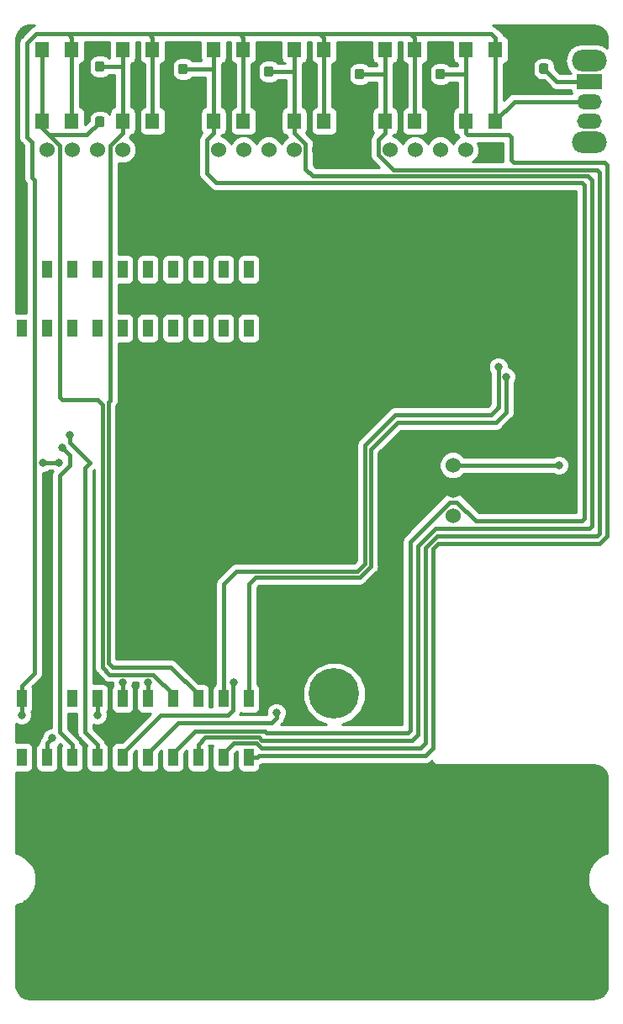
<source format=gbr>
G04 #@! TF.GenerationSoftware,KiCad,Pcbnew,(5.0.0)*
G04 #@! TF.CreationDate,2018-12-16T15:07:14-06:00*
G04 #@! TF.ProjectId,DriveBoard_Hardware,4472697665426F6172645F4861726477,rev?*
G04 #@! TF.SameCoordinates,Original*
G04 #@! TF.FileFunction,Copper,L2,Bot,Signal*
G04 #@! TF.FilePolarity,Positive*
%FSLAX46Y46*%
G04 Gerber Fmt 4.6, Leading zero omitted, Abs format (unit mm)*
G04 Created by KiCad (PCBNEW (5.0.0)) date 12/16/18 15:07:14*
%MOMM*%
%LPD*%
G01*
G04 APERTURE LIST*
G04 #@! TA.AperFunction,ComponentPad*
%ADD10C,1.524000*%
G04 #@! TD*
G04 #@! TA.AperFunction,ComponentPad*
%ADD11C,5.080000*%
G04 #@! TD*
G04 #@! TA.AperFunction,SMDPad,CuDef*
%ADD12R,0.990600X1.778000*%
G04 #@! TD*
G04 #@! TA.AperFunction,SMDPad,CuDef*
%ADD13R,1.400000X1.600000*%
G04 #@! TD*
G04 #@! TA.AperFunction,ComponentPad*
%ADD14R,2.500000X1.500000*%
G04 #@! TD*
G04 #@! TA.AperFunction,ComponentPad*
%ADD15O,2.500000X1.500000*%
G04 #@! TD*
G04 #@! TA.AperFunction,ComponentPad*
%ADD16O,3.500000X2.200000*%
G04 #@! TD*
G04 #@! TA.AperFunction,Conductor*
%ADD17C,0.100000*%
G04 #@! TD*
G04 #@! TA.AperFunction,SMDPad,CuDef*
%ADD18C,0.950000*%
G04 #@! TD*
G04 #@! TA.AperFunction,ViaPad*
%ADD19C,0.800000*%
G04 #@! TD*
G04 #@! TA.AperFunction,Conductor*
%ADD20C,0.381000*%
G04 #@! TD*
G04 #@! TA.AperFunction,Conductor*
%ADD21C,0.254000*%
G04 #@! TD*
G04 APERTURE END LIST*
D10*
G04 #@! TO.P,Conn2,1*
G04 #@! TO.N,RX_1_SL*
X126238000Y-49022000D03*
G04 #@! TO.P,Conn2,2*
G04 #@! TO.N,TX_1_SL*
X128778000Y-49022000D03*
G04 #@! TO.P,Conn2,3*
G04 #@! TO.N,Net-(Conn2-Pad3)*
X131318000Y-49022000D03*
G04 #@! TO.P,Conn2,4*
G04 #@! TO.N,Net-(Conn2-Pad4)*
X133858000Y-49022000D03*
G04 #@! TO.P,Conn2,5*
G04 #@! TO.N,GND*
X136398000Y-49022000D03*
G04 #@! TD*
G04 #@! TO.P,U3,1*
G04 #@! TO.N,/+12V*
X167132000Y-85852000D03*
G04 #@! TO.P,U3,2*
G04 #@! TO.N,GND*
X167132000Y-83312000D03*
G04 #@! TO.P,U3,3*
G04 #@! TO.N,+5V*
X167132000Y-80772000D03*
G04 #@! TD*
G04 #@! TO.P,Conn3,1*
G04 #@! TO.N,RX_2_SL*
X143510000Y-49022000D03*
G04 #@! TO.P,Conn3,2*
G04 #@! TO.N,TX_2_SL*
X146050000Y-49022000D03*
G04 #@! TO.P,Conn3,3*
G04 #@! TO.N,Net-(Conn3-Pad3)*
X148590000Y-49022000D03*
G04 #@! TO.P,Conn3,4*
G04 #@! TO.N,Net-(Conn3-Pad4)*
X151130000Y-49022000D03*
G04 #@! TO.P,Conn3,5*
G04 #@! TO.N,GND*
X153670000Y-49022000D03*
G04 #@! TD*
G04 #@! TO.P,Conn4,1*
G04 #@! TO.N,RX_3_SL*
X160782000Y-49022000D03*
G04 #@! TO.P,Conn4,2*
G04 #@! TO.N,TX_3_SL*
X163322000Y-49022000D03*
G04 #@! TO.P,Conn4,3*
G04 #@! TO.N,Net-(Conn4-Pad3)*
X165862000Y-49022000D03*
G04 #@! TO.P,Conn4,4*
G04 #@! TO.N,Net-(Conn4-Pad4)*
X168402000Y-49022000D03*
G04 #@! TO.P,Conn4,5*
G04 #@! TO.N,GND*
X170942000Y-49022000D03*
G04 #@! TD*
D11*
G04 #@! TO.P,Conn1,1*
G04 #@! TO.N,GND*
X155168600Y-95757000D03*
G04 #@! TO.P,Conn1,2*
G04 #@! TO.N,/+12V*
X155168600Y-103758000D03*
G04 #@! TD*
D12*
G04 #@! TO.P,U4,+3V3*
G04 #@! TO.N,Net-(U4-Pad+3V3)*
X123698000Y-110134400D03*
G04 #@! TO.P,U4,PM6*
G04 #@! TO.N,Net-(U4-PadPM6)*
X146558000Y-61061600D03*
G04 #@! TO.P,U4,PQ1*
G04 #@! TO.N,Net-(U4-PadPQ1)*
X144018000Y-61061600D03*
G04 #@! TO.P,U4,PQ2*
G04 #@! TO.N,Net-(U4-PadPQ2)*
X136398000Y-61061600D03*
G04 #@! TO.P,U4,PK0*
G04 #@! TO.N,RX_1_IC*
X133858000Y-104241600D03*
G04 #@! TO.P,U4,PQ3*
G04 #@! TO.N,Net-(U4-PadPQ3)*
X138938000Y-61061600D03*
G04 #@! TO.P,U4,PP3*
G04 #@! TO.N,Net-(U4-PadPP3)*
X141478000Y-61061600D03*
G04 #@! TO.P,U4,PQ0*
G04 #@! TO.N,M3_SW*
X138938000Y-110134400D03*
G04 #@! TO.P,U4,PA4*
G04 #@! TO.N,RX_3_IC*
X144018000Y-104241600D03*
G04 #@! TO.P,U4,Rese*
G04 #@! TO.N,Net-(U4-PadRese)*
X133858000Y-61061600D03*
G04 #@! TO.P,U4,PA7*
G04 #@! TO.N,Net-(U4-PadPA7)*
X131318000Y-61061600D03*
G04 #@! TO.P,U4,PN5*
G04 #@! TO.N,M5_SW*
X144018000Y-110134400D03*
G04 #@! TO.P,U4,PK2*
G04 #@! TO.N,M1_SW*
X138938000Y-104241600D03*
G04 #@! TO.P,U4,PK1*
G04 #@! TO.N,TX_1_IC*
X136398000Y-104241600D03*
G04 #@! TO.P,U4,+5V*
G04 #@! TO.N,+5V*
X123698000Y-104241600D03*
G04 #@! TO.P,U4,GND*
G04 #@! TO.N,GND*
X126238000Y-104241600D03*
G04 #@! TO.P,U4,PB4*
G04 #@! TO.N,Net-(U4-PadPB4)*
X128778000Y-104241600D03*
G04 #@! TO.P,U4,PB5*
G04 #@! TO.N,Watchdog*
X131318000Y-104241600D03*
G04 #@! TO.P,U4,PK3*
G04 #@! TO.N,M2_SW*
X141478000Y-104241600D03*
G04 #@! TO.P,U4,PA5*
G04 #@! TO.N,TX_3_IC*
X146558000Y-104241600D03*
G04 #@! TO.P,U4,PD2*
G04 #@! TO.N,DIRECTION_SW*
X126238000Y-110134400D03*
G04 #@! TO.P,U4,PP0*
G04 #@! TO.N,RX_2_IC*
X128778000Y-110134400D03*
G04 #@! TO.P,U4,PP1*
G04 #@! TO.N,TX_2_IC*
X131318000Y-110134400D03*
G04 #@! TO.P,U4,PD4*
G04 #@! TO.N,Rspeed*
X133858000Y-110134400D03*
G04 #@! TO.P,U4,PD5*
G04 #@! TO.N,Lspeed*
X136398000Y-110134400D03*
G04 #@! TO.P,U4,PP4*
G04 #@! TO.N,M4_SW*
X141478000Y-110134400D03*
G04 #@! TO.P,U4,PN4*
G04 #@! TO.N,M6_SW*
X146558000Y-110134400D03*
G04 #@! TO.P,U4,PG1*
G04 #@! TO.N,Net-(U4-PadPG1)*
X123698000Y-66954400D03*
G04 #@! TO.P,U4,PK4*
G04 #@! TO.N,Net-(U4-PadPK4)*
X126238000Y-66954400D03*
G04 #@! TO.P,U4,PK5*
G04 #@! TO.N,Net-(U4-PadPK5)*
X128778000Y-66954400D03*
G04 #@! TO.P,U4,PM0*
G04 #@! TO.N,Net-(U4-PadPM0)*
X131318000Y-66954400D03*
G04 #@! TO.P,U4,PM1*
G04 #@! TO.N,Net-(U4-PadPM1)*
X133858000Y-66954400D03*
G04 #@! TO.P,U4,PM2*
G04 #@! TO.N,Net-(U4-PadPM2)*
X136398000Y-66954400D03*
G04 #@! TO.P,U4,PH0*
G04 #@! TO.N,Net-(U4-PadPH0)*
X138938000Y-66954400D03*
G04 #@! TO.P,U4,PH1*
G04 #@! TO.N,Net-(U4-PadPH1)*
X141478000Y-66954400D03*
G04 #@! TO.P,U4,PK6*
G04 #@! TO.N,Net-(U4-PadPK6)*
X144018000Y-66954400D03*
G04 #@! TO.P,U4,PK7*
G04 #@! TO.N,Net-(U4-PadPK7)*
X146558000Y-66954400D03*
G04 #@! TO.P,U4,GND*
G04 #@! TO.N,GND*
X123698000Y-61061600D03*
G04 #@! TO.P,U4,PM7*
G04 #@! TO.N,Net-(U4-PadPM7)*
X126238000Y-61061600D03*
G04 #@! TO.P,U4,PP5*
G04 #@! TO.N,Net-(U4-PadPP5)*
X128778000Y-61061600D03*
G04 #@! TD*
D13*
G04 #@! TO.P,SW1,1*
G04 #@! TO.N,+5V*
X128754000Y-38945000D03*
X128754000Y-46145000D03*
G04 #@! TO.P,SW1,2*
G04 #@! TO.N,M1_SW*
X125754000Y-38945000D03*
X125754000Y-46145000D03*
G04 #@! TD*
G04 #@! TO.P,SW2,2*
G04 #@! TO.N,M2_SW*
X133882000Y-46145000D03*
X133882000Y-38945000D03*
G04 #@! TO.P,SW2,1*
G04 #@! TO.N,+5V*
X136882000Y-46145000D03*
X136882000Y-38945000D03*
G04 #@! TD*
G04 #@! TO.P,SW3,1*
G04 #@! TO.N,+5V*
X146026000Y-38945000D03*
X146026000Y-46145000D03*
G04 #@! TO.P,SW3,2*
G04 #@! TO.N,M3_SW*
X143026000Y-38945000D03*
X143026000Y-46145000D03*
G04 #@! TD*
G04 #@! TO.P,SW4,2*
G04 #@! TO.N,M4_SW*
X151154000Y-46145000D03*
X151154000Y-38945000D03*
G04 #@! TO.P,SW4,1*
G04 #@! TO.N,+5V*
X154154000Y-46145000D03*
X154154000Y-38945000D03*
G04 #@! TD*
G04 #@! TO.P,SW5,1*
G04 #@! TO.N,+5V*
X163298000Y-38945000D03*
X163298000Y-46145000D03*
G04 #@! TO.P,SW5,2*
G04 #@! TO.N,M5_SW*
X160298000Y-38945000D03*
X160298000Y-46145000D03*
G04 #@! TD*
G04 #@! TO.P,SW6,2*
G04 #@! TO.N,M6_SW*
X168426000Y-46145000D03*
X168426000Y-38945000D03*
G04 #@! TO.P,SW6,1*
G04 #@! TO.N,+5V*
X171426000Y-46145000D03*
X171426000Y-38945000D03*
G04 #@! TD*
D14*
G04 #@! TO.P,SW7,1*
G04 #@! TO.N,DIRECTION_SW*
X180848000Y-42164000D03*
D15*
G04 #@! TO.P,SW7,2*
G04 #@! TO.N,+5V*
X180848000Y-44164000D03*
G04 #@! TO.P,SW7,3*
G04 #@! TO.N,Net-(SW7-Pad3)*
X180848000Y-46164000D03*
D16*
G04 #@! TO.P,SW7,*
G04 #@! TO.N,*
X180848000Y-40064000D03*
X180848000Y-48264000D03*
G04 #@! TD*
D17*
G04 #@! TO.N,M1_SW*
G04 #@! TO.C,R8*
G36*
X131832779Y-45676144D02*
X131855834Y-45679563D01*
X131878443Y-45685227D01*
X131900387Y-45693079D01*
X131921457Y-45703044D01*
X131941448Y-45715026D01*
X131960168Y-45728910D01*
X131977438Y-45744562D01*
X131993090Y-45761832D01*
X132006974Y-45780552D01*
X132018956Y-45800543D01*
X132028921Y-45821613D01*
X132036773Y-45843557D01*
X132042437Y-45866166D01*
X132045856Y-45889221D01*
X132047000Y-45912500D01*
X132047000Y-46487500D01*
X132045856Y-46510779D01*
X132042437Y-46533834D01*
X132036773Y-46556443D01*
X132028921Y-46578387D01*
X132018956Y-46599457D01*
X132006974Y-46619448D01*
X131993090Y-46638168D01*
X131977438Y-46655438D01*
X131960168Y-46671090D01*
X131941448Y-46684974D01*
X131921457Y-46696956D01*
X131900387Y-46706921D01*
X131878443Y-46714773D01*
X131855834Y-46720437D01*
X131832779Y-46723856D01*
X131809500Y-46725000D01*
X131334500Y-46725000D01*
X131311221Y-46723856D01*
X131288166Y-46720437D01*
X131265557Y-46714773D01*
X131243613Y-46706921D01*
X131222543Y-46696956D01*
X131202552Y-46684974D01*
X131183832Y-46671090D01*
X131166562Y-46655438D01*
X131150910Y-46638168D01*
X131137026Y-46619448D01*
X131125044Y-46599457D01*
X131115079Y-46578387D01*
X131107227Y-46556443D01*
X131101563Y-46533834D01*
X131098144Y-46510779D01*
X131097000Y-46487500D01*
X131097000Y-45912500D01*
X131098144Y-45889221D01*
X131101563Y-45866166D01*
X131107227Y-45843557D01*
X131115079Y-45821613D01*
X131125044Y-45800543D01*
X131137026Y-45780552D01*
X131150910Y-45761832D01*
X131166562Y-45744562D01*
X131183832Y-45728910D01*
X131202552Y-45715026D01*
X131222543Y-45703044D01*
X131243613Y-45693079D01*
X131265557Y-45685227D01*
X131288166Y-45679563D01*
X131311221Y-45676144D01*
X131334500Y-45675000D01*
X131809500Y-45675000D01*
X131832779Y-45676144D01*
X131832779Y-45676144D01*
G37*
D18*
G04 #@! TD*
G04 #@! TO.P,R8,2*
G04 #@! TO.N,M1_SW*
X131572000Y-46200000D03*
D17*
G04 #@! TO.N,GND*
G04 #@! TO.C,R8*
G36*
X131832779Y-43926144D02*
X131855834Y-43929563D01*
X131878443Y-43935227D01*
X131900387Y-43943079D01*
X131921457Y-43953044D01*
X131941448Y-43965026D01*
X131960168Y-43978910D01*
X131977438Y-43994562D01*
X131993090Y-44011832D01*
X132006974Y-44030552D01*
X132018956Y-44050543D01*
X132028921Y-44071613D01*
X132036773Y-44093557D01*
X132042437Y-44116166D01*
X132045856Y-44139221D01*
X132047000Y-44162500D01*
X132047000Y-44737500D01*
X132045856Y-44760779D01*
X132042437Y-44783834D01*
X132036773Y-44806443D01*
X132028921Y-44828387D01*
X132018956Y-44849457D01*
X132006974Y-44869448D01*
X131993090Y-44888168D01*
X131977438Y-44905438D01*
X131960168Y-44921090D01*
X131941448Y-44934974D01*
X131921457Y-44946956D01*
X131900387Y-44956921D01*
X131878443Y-44964773D01*
X131855834Y-44970437D01*
X131832779Y-44973856D01*
X131809500Y-44975000D01*
X131334500Y-44975000D01*
X131311221Y-44973856D01*
X131288166Y-44970437D01*
X131265557Y-44964773D01*
X131243613Y-44956921D01*
X131222543Y-44946956D01*
X131202552Y-44934974D01*
X131183832Y-44921090D01*
X131166562Y-44905438D01*
X131150910Y-44888168D01*
X131137026Y-44869448D01*
X131125044Y-44849457D01*
X131115079Y-44828387D01*
X131107227Y-44806443D01*
X131101563Y-44783834D01*
X131098144Y-44760779D01*
X131097000Y-44737500D01*
X131097000Y-44162500D01*
X131098144Y-44139221D01*
X131101563Y-44116166D01*
X131107227Y-44093557D01*
X131115079Y-44071613D01*
X131125044Y-44050543D01*
X131137026Y-44030552D01*
X131150910Y-44011832D01*
X131166562Y-43994562D01*
X131183832Y-43978910D01*
X131202552Y-43965026D01*
X131222543Y-43953044D01*
X131243613Y-43943079D01*
X131265557Y-43935227D01*
X131288166Y-43929563D01*
X131311221Y-43926144D01*
X131334500Y-43925000D01*
X131809500Y-43925000D01*
X131832779Y-43926144D01*
X131832779Y-43926144D01*
G37*
D18*
G04 #@! TD*
G04 #@! TO.P,R8,1*
G04 #@! TO.N,GND*
X131572000Y-44450000D03*
D17*
G04 #@! TO.N,GND*
G04 #@! TO.C,R9*
G36*
X131832779Y-41866144D02*
X131855834Y-41869563D01*
X131878443Y-41875227D01*
X131900387Y-41883079D01*
X131921457Y-41893044D01*
X131941448Y-41905026D01*
X131960168Y-41918910D01*
X131977438Y-41934562D01*
X131993090Y-41951832D01*
X132006974Y-41970552D01*
X132018956Y-41990543D01*
X132028921Y-42011613D01*
X132036773Y-42033557D01*
X132042437Y-42056166D01*
X132045856Y-42079221D01*
X132047000Y-42102500D01*
X132047000Y-42677500D01*
X132045856Y-42700779D01*
X132042437Y-42723834D01*
X132036773Y-42746443D01*
X132028921Y-42768387D01*
X132018956Y-42789457D01*
X132006974Y-42809448D01*
X131993090Y-42828168D01*
X131977438Y-42845438D01*
X131960168Y-42861090D01*
X131941448Y-42874974D01*
X131921457Y-42886956D01*
X131900387Y-42896921D01*
X131878443Y-42904773D01*
X131855834Y-42910437D01*
X131832779Y-42913856D01*
X131809500Y-42915000D01*
X131334500Y-42915000D01*
X131311221Y-42913856D01*
X131288166Y-42910437D01*
X131265557Y-42904773D01*
X131243613Y-42896921D01*
X131222543Y-42886956D01*
X131202552Y-42874974D01*
X131183832Y-42861090D01*
X131166562Y-42845438D01*
X131150910Y-42828168D01*
X131137026Y-42809448D01*
X131125044Y-42789457D01*
X131115079Y-42768387D01*
X131107227Y-42746443D01*
X131101563Y-42723834D01*
X131098144Y-42700779D01*
X131097000Y-42677500D01*
X131097000Y-42102500D01*
X131098144Y-42079221D01*
X131101563Y-42056166D01*
X131107227Y-42033557D01*
X131115079Y-42011613D01*
X131125044Y-41990543D01*
X131137026Y-41970552D01*
X131150910Y-41951832D01*
X131166562Y-41934562D01*
X131183832Y-41918910D01*
X131202552Y-41905026D01*
X131222543Y-41893044D01*
X131243613Y-41883079D01*
X131265557Y-41875227D01*
X131288166Y-41869563D01*
X131311221Y-41866144D01*
X131334500Y-41865000D01*
X131809500Y-41865000D01*
X131832779Y-41866144D01*
X131832779Y-41866144D01*
G37*
D18*
G04 #@! TD*
G04 #@! TO.P,R9,1*
G04 #@! TO.N,GND*
X131572000Y-42390000D03*
D17*
G04 #@! TO.N,M2_SW*
G04 #@! TO.C,R9*
G36*
X131832779Y-40116144D02*
X131855834Y-40119563D01*
X131878443Y-40125227D01*
X131900387Y-40133079D01*
X131921457Y-40143044D01*
X131941448Y-40155026D01*
X131960168Y-40168910D01*
X131977438Y-40184562D01*
X131993090Y-40201832D01*
X132006974Y-40220552D01*
X132018956Y-40240543D01*
X132028921Y-40261613D01*
X132036773Y-40283557D01*
X132042437Y-40306166D01*
X132045856Y-40329221D01*
X132047000Y-40352500D01*
X132047000Y-40927500D01*
X132045856Y-40950779D01*
X132042437Y-40973834D01*
X132036773Y-40996443D01*
X132028921Y-41018387D01*
X132018956Y-41039457D01*
X132006974Y-41059448D01*
X131993090Y-41078168D01*
X131977438Y-41095438D01*
X131960168Y-41111090D01*
X131941448Y-41124974D01*
X131921457Y-41136956D01*
X131900387Y-41146921D01*
X131878443Y-41154773D01*
X131855834Y-41160437D01*
X131832779Y-41163856D01*
X131809500Y-41165000D01*
X131334500Y-41165000D01*
X131311221Y-41163856D01*
X131288166Y-41160437D01*
X131265557Y-41154773D01*
X131243613Y-41146921D01*
X131222543Y-41136956D01*
X131202552Y-41124974D01*
X131183832Y-41111090D01*
X131166562Y-41095438D01*
X131150910Y-41078168D01*
X131137026Y-41059448D01*
X131125044Y-41039457D01*
X131115079Y-41018387D01*
X131107227Y-40996443D01*
X131101563Y-40973834D01*
X131098144Y-40950779D01*
X131097000Y-40927500D01*
X131097000Y-40352500D01*
X131098144Y-40329221D01*
X131101563Y-40306166D01*
X131107227Y-40283557D01*
X131115079Y-40261613D01*
X131125044Y-40240543D01*
X131137026Y-40220552D01*
X131150910Y-40201832D01*
X131166562Y-40184562D01*
X131183832Y-40168910D01*
X131202552Y-40155026D01*
X131222543Y-40143044D01*
X131243613Y-40133079D01*
X131265557Y-40125227D01*
X131288166Y-40119563D01*
X131311221Y-40116144D01*
X131334500Y-40115000D01*
X131809500Y-40115000D01*
X131832779Y-40116144D01*
X131832779Y-40116144D01*
G37*
D18*
G04 #@! TD*
G04 #@! TO.P,R9,2*
G04 #@! TO.N,M2_SW*
X131572000Y-40640000D03*
D17*
G04 #@! TO.N,M3_SW*
G04 #@! TO.C,R10*
G36*
X140214779Y-40370144D02*
X140237834Y-40373563D01*
X140260443Y-40379227D01*
X140282387Y-40387079D01*
X140303457Y-40397044D01*
X140323448Y-40409026D01*
X140342168Y-40422910D01*
X140359438Y-40438562D01*
X140375090Y-40455832D01*
X140388974Y-40474552D01*
X140400956Y-40494543D01*
X140410921Y-40515613D01*
X140418773Y-40537557D01*
X140424437Y-40560166D01*
X140427856Y-40583221D01*
X140429000Y-40606500D01*
X140429000Y-41181500D01*
X140427856Y-41204779D01*
X140424437Y-41227834D01*
X140418773Y-41250443D01*
X140410921Y-41272387D01*
X140400956Y-41293457D01*
X140388974Y-41313448D01*
X140375090Y-41332168D01*
X140359438Y-41349438D01*
X140342168Y-41365090D01*
X140323448Y-41378974D01*
X140303457Y-41390956D01*
X140282387Y-41400921D01*
X140260443Y-41408773D01*
X140237834Y-41414437D01*
X140214779Y-41417856D01*
X140191500Y-41419000D01*
X139716500Y-41419000D01*
X139693221Y-41417856D01*
X139670166Y-41414437D01*
X139647557Y-41408773D01*
X139625613Y-41400921D01*
X139604543Y-41390956D01*
X139584552Y-41378974D01*
X139565832Y-41365090D01*
X139548562Y-41349438D01*
X139532910Y-41332168D01*
X139519026Y-41313448D01*
X139507044Y-41293457D01*
X139497079Y-41272387D01*
X139489227Y-41250443D01*
X139483563Y-41227834D01*
X139480144Y-41204779D01*
X139479000Y-41181500D01*
X139479000Y-40606500D01*
X139480144Y-40583221D01*
X139483563Y-40560166D01*
X139489227Y-40537557D01*
X139497079Y-40515613D01*
X139507044Y-40494543D01*
X139519026Y-40474552D01*
X139532910Y-40455832D01*
X139548562Y-40438562D01*
X139565832Y-40422910D01*
X139584552Y-40409026D01*
X139604543Y-40397044D01*
X139625613Y-40387079D01*
X139647557Y-40379227D01*
X139670166Y-40373563D01*
X139693221Y-40370144D01*
X139716500Y-40369000D01*
X140191500Y-40369000D01*
X140214779Y-40370144D01*
X140214779Y-40370144D01*
G37*
D18*
G04 #@! TD*
G04 #@! TO.P,R10,2*
G04 #@! TO.N,M3_SW*
X139954000Y-40894000D03*
D17*
G04 #@! TO.N,GND*
G04 #@! TO.C,R10*
G36*
X140214779Y-42120144D02*
X140237834Y-42123563D01*
X140260443Y-42129227D01*
X140282387Y-42137079D01*
X140303457Y-42147044D01*
X140323448Y-42159026D01*
X140342168Y-42172910D01*
X140359438Y-42188562D01*
X140375090Y-42205832D01*
X140388974Y-42224552D01*
X140400956Y-42244543D01*
X140410921Y-42265613D01*
X140418773Y-42287557D01*
X140424437Y-42310166D01*
X140427856Y-42333221D01*
X140429000Y-42356500D01*
X140429000Y-42931500D01*
X140427856Y-42954779D01*
X140424437Y-42977834D01*
X140418773Y-43000443D01*
X140410921Y-43022387D01*
X140400956Y-43043457D01*
X140388974Y-43063448D01*
X140375090Y-43082168D01*
X140359438Y-43099438D01*
X140342168Y-43115090D01*
X140323448Y-43128974D01*
X140303457Y-43140956D01*
X140282387Y-43150921D01*
X140260443Y-43158773D01*
X140237834Y-43164437D01*
X140214779Y-43167856D01*
X140191500Y-43169000D01*
X139716500Y-43169000D01*
X139693221Y-43167856D01*
X139670166Y-43164437D01*
X139647557Y-43158773D01*
X139625613Y-43150921D01*
X139604543Y-43140956D01*
X139584552Y-43128974D01*
X139565832Y-43115090D01*
X139548562Y-43099438D01*
X139532910Y-43082168D01*
X139519026Y-43063448D01*
X139507044Y-43043457D01*
X139497079Y-43022387D01*
X139489227Y-43000443D01*
X139483563Y-42977834D01*
X139480144Y-42954779D01*
X139479000Y-42931500D01*
X139479000Y-42356500D01*
X139480144Y-42333221D01*
X139483563Y-42310166D01*
X139489227Y-42287557D01*
X139497079Y-42265613D01*
X139507044Y-42244543D01*
X139519026Y-42224552D01*
X139532910Y-42205832D01*
X139548562Y-42188562D01*
X139565832Y-42172910D01*
X139584552Y-42159026D01*
X139604543Y-42147044D01*
X139625613Y-42137079D01*
X139647557Y-42129227D01*
X139670166Y-42123563D01*
X139693221Y-42120144D01*
X139716500Y-42119000D01*
X140191500Y-42119000D01*
X140214779Y-42120144D01*
X140214779Y-42120144D01*
G37*
D18*
G04 #@! TD*
G04 #@! TO.P,R10,1*
G04 #@! TO.N,GND*
X139954000Y-42644000D03*
D17*
G04 #@! TO.N,GND*
G04 #@! TO.C,R11*
G36*
X148850779Y-42374144D02*
X148873834Y-42377563D01*
X148896443Y-42383227D01*
X148918387Y-42391079D01*
X148939457Y-42401044D01*
X148959448Y-42413026D01*
X148978168Y-42426910D01*
X148995438Y-42442562D01*
X149011090Y-42459832D01*
X149024974Y-42478552D01*
X149036956Y-42498543D01*
X149046921Y-42519613D01*
X149054773Y-42541557D01*
X149060437Y-42564166D01*
X149063856Y-42587221D01*
X149065000Y-42610500D01*
X149065000Y-43185500D01*
X149063856Y-43208779D01*
X149060437Y-43231834D01*
X149054773Y-43254443D01*
X149046921Y-43276387D01*
X149036956Y-43297457D01*
X149024974Y-43317448D01*
X149011090Y-43336168D01*
X148995438Y-43353438D01*
X148978168Y-43369090D01*
X148959448Y-43382974D01*
X148939457Y-43394956D01*
X148918387Y-43404921D01*
X148896443Y-43412773D01*
X148873834Y-43418437D01*
X148850779Y-43421856D01*
X148827500Y-43423000D01*
X148352500Y-43423000D01*
X148329221Y-43421856D01*
X148306166Y-43418437D01*
X148283557Y-43412773D01*
X148261613Y-43404921D01*
X148240543Y-43394956D01*
X148220552Y-43382974D01*
X148201832Y-43369090D01*
X148184562Y-43353438D01*
X148168910Y-43336168D01*
X148155026Y-43317448D01*
X148143044Y-43297457D01*
X148133079Y-43276387D01*
X148125227Y-43254443D01*
X148119563Y-43231834D01*
X148116144Y-43208779D01*
X148115000Y-43185500D01*
X148115000Y-42610500D01*
X148116144Y-42587221D01*
X148119563Y-42564166D01*
X148125227Y-42541557D01*
X148133079Y-42519613D01*
X148143044Y-42498543D01*
X148155026Y-42478552D01*
X148168910Y-42459832D01*
X148184562Y-42442562D01*
X148201832Y-42426910D01*
X148220552Y-42413026D01*
X148240543Y-42401044D01*
X148261613Y-42391079D01*
X148283557Y-42383227D01*
X148306166Y-42377563D01*
X148329221Y-42374144D01*
X148352500Y-42373000D01*
X148827500Y-42373000D01*
X148850779Y-42374144D01*
X148850779Y-42374144D01*
G37*
D18*
G04 #@! TD*
G04 #@! TO.P,R11,1*
G04 #@! TO.N,GND*
X148590000Y-42898000D03*
D17*
G04 #@! TO.N,M4_SW*
G04 #@! TO.C,R11*
G36*
X148850779Y-40624144D02*
X148873834Y-40627563D01*
X148896443Y-40633227D01*
X148918387Y-40641079D01*
X148939457Y-40651044D01*
X148959448Y-40663026D01*
X148978168Y-40676910D01*
X148995438Y-40692562D01*
X149011090Y-40709832D01*
X149024974Y-40728552D01*
X149036956Y-40748543D01*
X149046921Y-40769613D01*
X149054773Y-40791557D01*
X149060437Y-40814166D01*
X149063856Y-40837221D01*
X149065000Y-40860500D01*
X149065000Y-41435500D01*
X149063856Y-41458779D01*
X149060437Y-41481834D01*
X149054773Y-41504443D01*
X149046921Y-41526387D01*
X149036956Y-41547457D01*
X149024974Y-41567448D01*
X149011090Y-41586168D01*
X148995438Y-41603438D01*
X148978168Y-41619090D01*
X148959448Y-41632974D01*
X148939457Y-41644956D01*
X148918387Y-41654921D01*
X148896443Y-41662773D01*
X148873834Y-41668437D01*
X148850779Y-41671856D01*
X148827500Y-41673000D01*
X148352500Y-41673000D01*
X148329221Y-41671856D01*
X148306166Y-41668437D01*
X148283557Y-41662773D01*
X148261613Y-41654921D01*
X148240543Y-41644956D01*
X148220552Y-41632974D01*
X148201832Y-41619090D01*
X148184562Y-41603438D01*
X148168910Y-41586168D01*
X148155026Y-41567448D01*
X148143044Y-41547457D01*
X148133079Y-41526387D01*
X148125227Y-41504443D01*
X148119563Y-41481834D01*
X148116144Y-41458779D01*
X148115000Y-41435500D01*
X148115000Y-40860500D01*
X148116144Y-40837221D01*
X148119563Y-40814166D01*
X148125227Y-40791557D01*
X148133079Y-40769613D01*
X148143044Y-40748543D01*
X148155026Y-40728552D01*
X148168910Y-40709832D01*
X148184562Y-40692562D01*
X148201832Y-40676910D01*
X148220552Y-40663026D01*
X148240543Y-40651044D01*
X148261613Y-40641079D01*
X148283557Y-40633227D01*
X148306166Y-40627563D01*
X148329221Y-40624144D01*
X148352500Y-40623000D01*
X148827500Y-40623000D01*
X148850779Y-40624144D01*
X148850779Y-40624144D01*
G37*
D18*
G04 #@! TD*
G04 #@! TO.P,R11,2*
G04 #@! TO.N,M4_SW*
X148590000Y-41148000D03*
D17*
G04 #@! TO.N,M5_SW*
G04 #@! TO.C,R12*
G36*
X157994779Y-40878144D02*
X158017834Y-40881563D01*
X158040443Y-40887227D01*
X158062387Y-40895079D01*
X158083457Y-40905044D01*
X158103448Y-40917026D01*
X158122168Y-40930910D01*
X158139438Y-40946562D01*
X158155090Y-40963832D01*
X158168974Y-40982552D01*
X158180956Y-41002543D01*
X158190921Y-41023613D01*
X158198773Y-41045557D01*
X158204437Y-41068166D01*
X158207856Y-41091221D01*
X158209000Y-41114500D01*
X158209000Y-41689500D01*
X158207856Y-41712779D01*
X158204437Y-41735834D01*
X158198773Y-41758443D01*
X158190921Y-41780387D01*
X158180956Y-41801457D01*
X158168974Y-41821448D01*
X158155090Y-41840168D01*
X158139438Y-41857438D01*
X158122168Y-41873090D01*
X158103448Y-41886974D01*
X158083457Y-41898956D01*
X158062387Y-41908921D01*
X158040443Y-41916773D01*
X158017834Y-41922437D01*
X157994779Y-41925856D01*
X157971500Y-41927000D01*
X157496500Y-41927000D01*
X157473221Y-41925856D01*
X157450166Y-41922437D01*
X157427557Y-41916773D01*
X157405613Y-41908921D01*
X157384543Y-41898956D01*
X157364552Y-41886974D01*
X157345832Y-41873090D01*
X157328562Y-41857438D01*
X157312910Y-41840168D01*
X157299026Y-41821448D01*
X157287044Y-41801457D01*
X157277079Y-41780387D01*
X157269227Y-41758443D01*
X157263563Y-41735834D01*
X157260144Y-41712779D01*
X157259000Y-41689500D01*
X157259000Y-41114500D01*
X157260144Y-41091221D01*
X157263563Y-41068166D01*
X157269227Y-41045557D01*
X157277079Y-41023613D01*
X157287044Y-41002543D01*
X157299026Y-40982552D01*
X157312910Y-40963832D01*
X157328562Y-40946562D01*
X157345832Y-40930910D01*
X157364552Y-40917026D01*
X157384543Y-40905044D01*
X157405613Y-40895079D01*
X157427557Y-40887227D01*
X157450166Y-40881563D01*
X157473221Y-40878144D01*
X157496500Y-40877000D01*
X157971500Y-40877000D01*
X157994779Y-40878144D01*
X157994779Y-40878144D01*
G37*
D18*
G04 #@! TD*
G04 #@! TO.P,R12,2*
G04 #@! TO.N,M5_SW*
X157734000Y-41402000D03*
D17*
G04 #@! TO.N,GND*
G04 #@! TO.C,R12*
G36*
X157994779Y-42628144D02*
X158017834Y-42631563D01*
X158040443Y-42637227D01*
X158062387Y-42645079D01*
X158083457Y-42655044D01*
X158103448Y-42667026D01*
X158122168Y-42680910D01*
X158139438Y-42696562D01*
X158155090Y-42713832D01*
X158168974Y-42732552D01*
X158180956Y-42752543D01*
X158190921Y-42773613D01*
X158198773Y-42795557D01*
X158204437Y-42818166D01*
X158207856Y-42841221D01*
X158209000Y-42864500D01*
X158209000Y-43439500D01*
X158207856Y-43462779D01*
X158204437Y-43485834D01*
X158198773Y-43508443D01*
X158190921Y-43530387D01*
X158180956Y-43551457D01*
X158168974Y-43571448D01*
X158155090Y-43590168D01*
X158139438Y-43607438D01*
X158122168Y-43623090D01*
X158103448Y-43636974D01*
X158083457Y-43648956D01*
X158062387Y-43658921D01*
X158040443Y-43666773D01*
X158017834Y-43672437D01*
X157994779Y-43675856D01*
X157971500Y-43677000D01*
X157496500Y-43677000D01*
X157473221Y-43675856D01*
X157450166Y-43672437D01*
X157427557Y-43666773D01*
X157405613Y-43658921D01*
X157384543Y-43648956D01*
X157364552Y-43636974D01*
X157345832Y-43623090D01*
X157328562Y-43607438D01*
X157312910Y-43590168D01*
X157299026Y-43571448D01*
X157287044Y-43551457D01*
X157277079Y-43530387D01*
X157269227Y-43508443D01*
X157263563Y-43485834D01*
X157260144Y-43462779D01*
X157259000Y-43439500D01*
X157259000Y-42864500D01*
X157260144Y-42841221D01*
X157263563Y-42818166D01*
X157269227Y-42795557D01*
X157277079Y-42773613D01*
X157287044Y-42752543D01*
X157299026Y-42732552D01*
X157312910Y-42713832D01*
X157328562Y-42696562D01*
X157345832Y-42680910D01*
X157364552Y-42667026D01*
X157384543Y-42655044D01*
X157405613Y-42645079D01*
X157427557Y-42637227D01*
X157450166Y-42631563D01*
X157473221Y-42628144D01*
X157496500Y-42627000D01*
X157971500Y-42627000D01*
X157994779Y-42628144D01*
X157994779Y-42628144D01*
G37*
D18*
G04 #@! TD*
G04 #@! TO.P,R12,1*
G04 #@! TO.N,GND*
X157734000Y-43152000D03*
D17*
G04 #@! TO.N,GND*
G04 #@! TO.C,R13*
G36*
X166122779Y-42628144D02*
X166145834Y-42631563D01*
X166168443Y-42637227D01*
X166190387Y-42645079D01*
X166211457Y-42655044D01*
X166231448Y-42667026D01*
X166250168Y-42680910D01*
X166267438Y-42696562D01*
X166283090Y-42713832D01*
X166296974Y-42732552D01*
X166308956Y-42752543D01*
X166318921Y-42773613D01*
X166326773Y-42795557D01*
X166332437Y-42818166D01*
X166335856Y-42841221D01*
X166337000Y-42864500D01*
X166337000Y-43439500D01*
X166335856Y-43462779D01*
X166332437Y-43485834D01*
X166326773Y-43508443D01*
X166318921Y-43530387D01*
X166308956Y-43551457D01*
X166296974Y-43571448D01*
X166283090Y-43590168D01*
X166267438Y-43607438D01*
X166250168Y-43623090D01*
X166231448Y-43636974D01*
X166211457Y-43648956D01*
X166190387Y-43658921D01*
X166168443Y-43666773D01*
X166145834Y-43672437D01*
X166122779Y-43675856D01*
X166099500Y-43677000D01*
X165624500Y-43677000D01*
X165601221Y-43675856D01*
X165578166Y-43672437D01*
X165555557Y-43666773D01*
X165533613Y-43658921D01*
X165512543Y-43648956D01*
X165492552Y-43636974D01*
X165473832Y-43623090D01*
X165456562Y-43607438D01*
X165440910Y-43590168D01*
X165427026Y-43571448D01*
X165415044Y-43551457D01*
X165405079Y-43530387D01*
X165397227Y-43508443D01*
X165391563Y-43485834D01*
X165388144Y-43462779D01*
X165387000Y-43439500D01*
X165387000Y-42864500D01*
X165388144Y-42841221D01*
X165391563Y-42818166D01*
X165397227Y-42795557D01*
X165405079Y-42773613D01*
X165415044Y-42752543D01*
X165427026Y-42732552D01*
X165440910Y-42713832D01*
X165456562Y-42696562D01*
X165473832Y-42680910D01*
X165492552Y-42667026D01*
X165512543Y-42655044D01*
X165533613Y-42645079D01*
X165555557Y-42637227D01*
X165578166Y-42631563D01*
X165601221Y-42628144D01*
X165624500Y-42627000D01*
X166099500Y-42627000D01*
X166122779Y-42628144D01*
X166122779Y-42628144D01*
G37*
D18*
G04 #@! TD*
G04 #@! TO.P,R13,1*
G04 #@! TO.N,GND*
X165862000Y-43152000D03*
D17*
G04 #@! TO.N,M6_SW*
G04 #@! TO.C,R13*
G36*
X166122779Y-40878144D02*
X166145834Y-40881563D01*
X166168443Y-40887227D01*
X166190387Y-40895079D01*
X166211457Y-40905044D01*
X166231448Y-40917026D01*
X166250168Y-40930910D01*
X166267438Y-40946562D01*
X166283090Y-40963832D01*
X166296974Y-40982552D01*
X166308956Y-41002543D01*
X166318921Y-41023613D01*
X166326773Y-41045557D01*
X166332437Y-41068166D01*
X166335856Y-41091221D01*
X166337000Y-41114500D01*
X166337000Y-41689500D01*
X166335856Y-41712779D01*
X166332437Y-41735834D01*
X166326773Y-41758443D01*
X166318921Y-41780387D01*
X166308956Y-41801457D01*
X166296974Y-41821448D01*
X166283090Y-41840168D01*
X166267438Y-41857438D01*
X166250168Y-41873090D01*
X166231448Y-41886974D01*
X166211457Y-41898956D01*
X166190387Y-41908921D01*
X166168443Y-41916773D01*
X166145834Y-41922437D01*
X166122779Y-41925856D01*
X166099500Y-41927000D01*
X165624500Y-41927000D01*
X165601221Y-41925856D01*
X165578166Y-41922437D01*
X165555557Y-41916773D01*
X165533613Y-41908921D01*
X165512543Y-41898956D01*
X165492552Y-41886974D01*
X165473832Y-41873090D01*
X165456562Y-41857438D01*
X165440910Y-41840168D01*
X165427026Y-41821448D01*
X165415044Y-41801457D01*
X165405079Y-41780387D01*
X165397227Y-41758443D01*
X165391563Y-41735834D01*
X165388144Y-41712779D01*
X165387000Y-41689500D01*
X165387000Y-41114500D01*
X165388144Y-41091221D01*
X165391563Y-41068166D01*
X165397227Y-41045557D01*
X165405079Y-41023613D01*
X165415044Y-41002543D01*
X165427026Y-40982552D01*
X165440910Y-40963832D01*
X165456562Y-40946562D01*
X165473832Y-40930910D01*
X165492552Y-40917026D01*
X165512543Y-40905044D01*
X165533613Y-40895079D01*
X165555557Y-40887227D01*
X165578166Y-40881563D01*
X165601221Y-40878144D01*
X165624500Y-40877000D01*
X166099500Y-40877000D01*
X166122779Y-40878144D01*
X166122779Y-40878144D01*
G37*
D18*
G04 #@! TD*
G04 #@! TO.P,R13,2*
G04 #@! TO.N,M6_SW*
X165862000Y-41402000D03*
D17*
G04 #@! TO.N,GND*
G04 #@! TO.C,R14*
G36*
X176536779Y-38592144D02*
X176559834Y-38595563D01*
X176582443Y-38601227D01*
X176604387Y-38609079D01*
X176625457Y-38619044D01*
X176645448Y-38631026D01*
X176664168Y-38644910D01*
X176681438Y-38660562D01*
X176697090Y-38677832D01*
X176710974Y-38696552D01*
X176722956Y-38716543D01*
X176732921Y-38737613D01*
X176740773Y-38759557D01*
X176746437Y-38782166D01*
X176749856Y-38805221D01*
X176751000Y-38828500D01*
X176751000Y-39403500D01*
X176749856Y-39426779D01*
X176746437Y-39449834D01*
X176740773Y-39472443D01*
X176732921Y-39494387D01*
X176722956Y-39515457D01*
X176710974Y-39535448D01*
X176697090Y-39554168D01*
X176681438Y-39571438D01*
X176664168Y-39587090D01*
X176645448Y-39600974D01*
X176625457Y-39612956D01*
X176604387Y-39622921D01*
X176582443Y-39630773D01*
X176559834Y-39636437D01*
X176536779Y-39639856D01*
X176513500Y-39641000D01*
X176038500Y-39641000D01*
X176015221Y-39639856D01*
X175992166Y-39636437D01*
X175969557Y-39630773D01*
X175947613Y-39622921D01*
X175926543Y-39612956D01*
X175906552Y-39600974D01*
X175887832Y-39587090D01*
X175870562Y-39571438D01*
X175854910Y-39554168D01*
X175841026Y-39535448D01*
X175829044Y-39515457D01*
X175819079Y-39494387D01*
X175811227Y-39472443D01*
X175805563Y-39449834D01*
X175802144Y-39426779D01*
X175801000Y-39403500D01*
X175801000Y-38828500D01*
X175802144Y-38805221D01*
X175805563Y-38782166D01*
X175811227Y-38759557D01*
X175819079Y-38737613D01*
X175829044Y-38716543D01*
X175841026Y-38696552D01*
X175854910Y-38677832D01*
X175870562Y-38660562D01*
X175887832Y-38644910D01*
X175906552Y-38631026D01*
X175926543Y-38619044D01*
X175947613Y-38609079D01*
X175969557Y-38601227D01*
X175992166Y-38595563D01*
X176015221Y-38592144D01*
X176038500Y-38591000D01*
X176513500Y-38591000D01*
X176536779Y-38592144D01*
X176536779Y-38592144D01*
G37*
D18*
G04 #@! TD*
G04 #@! TO.P,R14,1*
G04 #@! TO.N,GND*
X176276000Y-39116000D03*
D17*
G04 #@! TO.N,DIRECTION_SW*
G04 #@! TO.C,R14*
G36*
X176536779Y-40342144D02*
X176559834Y-40345563D01*
X176582443Y-40351227D01*
X176604387Y-40359079D01*
X176625457Y-40369044D01*
X176645448Y-40381026D01*
X176664168Y-40394910D01*
X176681438Y-40410562D01*
X176697090Y-40427832D01*
X176710974Y-40446552D01*
X176722956Y-40466543D01*
X176732921Y-40487613D01*
X176740773Y-40509557D01*
X176746437Y-40532166D01*
X176749856Y-40555221D01*
X176751000Y-40578500D01*
X176751000Y-41153500D01*
X176749856Y-41176779D01*
X176746437Y-41199834D01*
X176740773Y-41222443D01*
X176732921Y-41244387D01*
X176722956Y-41265457D01*
X176710974Y-41285448D01*
X176697090Y-41304168D01*
X176681438Y-41321438D01*
X176664168Y-41337090D01*
X176645448Y-41350974D01*
X176625457Y-41362956D01*
X176604387Y-41372921D01*
X176582443Y-41380773D01*
X176559834Y-41386437D01*
X176536779Y-41389856D01*
X176513500Y-41391000D01*
X176038500Y-41391000D01*
X176015221Y-41389856D01*
X175992166Y-41386437D01*
X175969557Y-41380773D01*
X175947613Y-41372921D01*
X175926543Y-41362956D01*
X175906552Y-41350974D01*
X175887832Y-41337090D01*
X175870562Y-41321438D01*
X175854910Y-41304168D01*
X175841026Y-41285448D01*
X175829044Y-41265457D01*
X175819079Y-41244387D01*
X175811227Y-41222443D01*
X175805563Y-41199834D01*
X175802144Y-41176779D01*
X175801000Y-41153500D01*
X175801000Y-40578500D01*
X175802144Y-40555221D01*
X175805563Y-40532166D01*
X175811227Y-40509557D01*
X175819079Y-40487613D01*
X175829044Y-40466543D01*
X175841026Y-40446552D01*
X175854910Y-40427832D01*
X175870562Y-40410562D01*
X175887832Y-40394910D01*
X175906552Y-40381026D01*
X175926543Y-40369044D01*
X175947613Y-40359079D01*
X175969557Y-40351227D01*
X175992166Y-40345563D01*
X176015221Y-40342144D01*
X176038500Y-40341000D01*
X176513500Y-40341000D01*
X176536779Y-40342144D01*
X176536779Y-40342144D01*
G37*
D18*
G04 #@! TD*
G04 #@! TO.P,R14,2*
G04 #@! TO.N,DIRECTION_SW*
X176276000Y-40866000D03*
D19*
G04 #@! TO.N,GND*
X126238000Y-82550000D03*
X172720000Y-54864000D03*
X126238000Y-85598000D03*
X126238000Y-88392000D03*
X126238000Y-91440000D03*
X123698000Y-58928000D03*
X123698000Y-57150000D03*
X123698000Y-55372000D03*
X156464000Y-44704000D03*
X166878000Y-44450000D03*
X176276000Y-37592000D03*
X148590000Y-46990000D03*
X138684000Y-44196000D03*
X130302000Y-42418000D03*
X130302000Y-43688000D03*
G04 #@! TO.N,RX_1_SL*
X127409449Y-80489500D03*
X125828448Y-80518000D03*
G04 #@! TO.N,RX_1_IC*
X133858000Y-102616000D03*
G04 #@! TO.N,TX_1_IC*
X136398000Y-102616000D03*
G04 #@! TO.N,TX_2_IC*
X128524000Y-77724000D03*
G04 #@! TO.N,RX_2_IC*
X127762000Y-78994000D03*
G04 #@! TO.N,TX_3_IC*
X172494500Y-71882000D03*
G04 #@! TO.N,RX_3_IC*
X171704000Y-70866000D03*
G04 #@! TO.N,DIRECTION_SW*
X126746000Y-108204000D03*
G04 #@! TO.N,+5V*
X123698000Y-105918000D03*
X177800000Y-80772000D03*
G04 #@! TO.N,Lspeed*
X149352000Y-105664000D03*
G04 #@! TO.N,Rspeed*
X145034000Y-102616000D03*
G04 #@! TO.N,Watchdog*
X131318000Y-105918000D03*
G04 #@! TD*
D20*
G04 #@! TO.N,RX_1_SL*
X127409449Y-80489500D02*
X125856948Y-80489500D01*
X125856948Y-80489500D02*
X125828448Y-80518000D01*
G04 #@! TO.N,RX_1_IC*
X133858000Y-104241600D02*
X133858000Y-102616000D01*
G04 #@! TO.N,TX_1_IC*
X136398000Y-104241600D02*
X136398000Y-102616000D01*
G04 #@! TO.N,TX_2_IC*
X131318000Y-108864400D02*
X131318000Y-110134400D01*
X130048000Y-107594400D02*
X131318000Y-108864400D01*
X130048000Y-81026000D02*
X130048000Y-107594400D01*
X130556000Y-80518000D02*
X130048000Y-81026000D01*
X128524000Y-78486000D02*
X130556000Y-80518000D01*
X128524000Y-77724000D02*
X128524000Y-78486000D01*
G04 #@! TO.N,RX_2_IC*
X128778000Y-108864400D02*
X127508000Y-107594400D01*
X128778000Y-110134400D02*
X128778000Y-108864400D01*
X127508000Y-107594400D02*
X127508000Y-86868000D01*
X127508000Y-86868000D02*
X127508000Y-82296000D01*
X127508000Y-82296000D02*
X127508000Y-81788000D01*
X127508000Y-81788000D02*
X128524000Y-80772000D01*
X128524000Y-80772000D02*
X128524000Y-79756000D01*
X128524000Y-79756000D02*
X127762000Y-78994000D01*
G04 #@! TO.N,TX_3_IC*
X146558000Y-104241600D02*
X146558000Y-92710000D01*
X146558000Y-92710000D02*
X147246990Y-92021010D01*
X157720663Y-92021009D02*
X158823010Y-90918662D01*
X147246990Y-92021010D02*
X157720663Y-92021009D01*
X158823010Y-90918662D02*
X158823010Y-87376000D01*
X158823010Y-87376000D02*
X158823010Y-79174990D01*
X158823010Y-79174990D02*
X161544000Y-76454000D01*
X161544000Y-76454000D02*
X170180000Y-76454000D01*
X170180000Y-76454000D02*
X171450000Y-76454000D01*
X171450000Y-76454000D02*
X171958000Y-75946000D01*
X171958000Y-75946000D02*
X172466000Y-75438000D01*
X172466000Y-75438000D02*
X172466000Y-71910500D01*
X172466000Y-71910500D02*
X172494500Y-71882000D01*
G04 #@! TO.N,RX_3_IC*
X144018000Y-104241600D02*
X144018000Y-92710000D01*
X144018000Y-92710000D02*
X145288000Y-91440000D01*
X145288000Y-91440000D02*
X157480000Y-91440000D01*
X157480000Y-91440000D02*
X158242000Y-90678000D01*
X158242000Y-90678000D02*
X158242000Y-85344000D01*
X158242000Y-85344000D02*
X158242000Y-78740000D01*
X158242000Y-78740000D02*
X161290000Y-75692000D01*
X161290000Y-75692000D02*
X170942000Y-75692000D01*
X170942000Y-75692000D02*
X171704000Y-74930000D01*
X171704000Y-74930000D02*
X171675499Y-74901499D01*
X171704000Y-74930000D02*
X171704000Y-70866000D01*
G04 #@! TO.N,M1_SW*
X125754000Y-40126000D02*
X125754000Y-46145000D01*
X125754000Y-38945000D02*
X125754000Y-40126000D01*
X125754000Y-46832298D02*
X125754000Y-46145000D01*
X127762000Y-74168000D02*
X127508000Y-73914000D01*
X131318000Y-74168000D02*
X127762000Y-74168000D01*
X138938000Y-104241600D02*
X138938000Y-103847900D01*
X138938000Y-103847900D02*
X136915599Y-101825499D01*
X136915599Y-101825499D02*
X132559499Y-101825499D01*
X132559499Y-101825499D02*
X131826000Y-101092000D01*
X131826000Y-101092000D02*
X131826000Y-74676000D01*
X127508000Y-73914000D02*
X127508000Y-48586298D01*
X131826000Y-74676000D02*
X131318000Y-74168000D01*
X126564298Y-47498000D02*
X126492000Y-47570298D01*
X130274000Y-47498000D02*
X126564298Y-47498000D01*
X131572000Y-46200000D02*
X130274000Y-47498000D01*
X127508000Y-48586298D02*
X126492000Y-47570298D01*
X126492000Y-47570298D02*
X125754000Y-46832298D01*
G04 #@! TO.N,M2_SW*
X133882000Y-47326000D02*
X133882000Y-46145000D01*
X132588000Y-48620000D02*
X133882000Y-47326000D01*
X132588000Y-74254346D02*
X132588000Y-48620000D01*
X141478000Y-104241600D02*
X141478000Y-103847900D01*
X138722100Y-101092000D02*
X132842000Y-101092000D01*
X141478000Y-103847900D02*
X138722100Y-101092000D01*
X132842000Y-101092000D02*
X132407010Y-100657010D01*
X132407010Y-100657010D02*
X132407009Y-74435337D01*
X132407009Y-74435337D02*
X132588000Y-74254346D01*
X131572000Y-40640000D02*
X133882000Y-40640000D01*
X133882000Y-38945000D02*
X133882000Y-40640000D01*
X133882000Y-40640000D02*
X133882000Y-46145000D01*
G04 #@! TO.N,M3_SW*
X143026000Y-38945000D02*
X143026000Y-40126000D01*
X143026000Y-47326000D02*
X143026000Y-46145000D01*
X142357499Y-47994501D02*
X143026000Y-47326000D01*
X142357499Y-51425499D02*
X142357499Y-47994501D01*
X162560000Y-107696000D02*
X162814000Y-107442000D01*
X148336000Y-107696000D02*
X162560000Y-107696000D01*
X148189981Y-107549981D02*
X148336000Y-107696000D01*
X141128719Y-107549981D02*
X148189981Y-107549981D01*
X162814000Y-88464298D02*
X166813797Y-84464501D01*
X180340000Y-52578000D02*
X180086000Y-52324000D01*
X167522501Y-84464501D02*
X169418000Y-86360000D01*
X166813797Y-84464501D02*
X167522501Y-84464501D01*
X169418000Y-86360000D02*
X180086000Y-86360000D01*
X180086000Y-86360000D02*
X180340000Y-86106000D01*
X138938000Y-109740700D02*
X141128719Y-107549981D01*
X180340000Y-86106000D02*
X180340000Y-52578000D01*
X138938000Y-110134400D02*
X138938000Y-109740700D01*
X180086000Y-52324000D02*
X143256000Y-52324000D01*
X162814000Y-107442000D02*
X162814000Y-88464298D01*
X143256000Y-52324000D02*
X142357499Y-51425499D01*
X139954000Y-40894000D02*
X143026000Y-40894000D01*
X143026000Y-40126000D02*
X143026000Y-40894000D01*
X143026000Y-40894000D02*
X143026000Y-46145000D01*
G04 #@! TO.N,M4_SW*
X151154000Y-38945000D02*
X151154000Y-40126000D01*
X151154000Y-47326000D02*
X151154000Y-46145000D01*
X147887672Y-108458000D02*
X162960020Y-108458000D01*
X163576000Y-88900000D02*
X165354000Y-87122000D01*
X147560663Y-108130991D02*
X147887672Y-108458000D01*
X142211410Y-108130990D02*
X147560663Y-108130991D01*
X152981010Y-51635010D02*
X152282501Y-50936501D01*
X162960020Y-108458000D02*
X163576000Y-107842020D01*
X141478000Y-108864400D02*
X142211410Y-108130990D01*
X141478000Y-110134400D02*
X141478000Y-108864400D01*
X165354000Y-87122000D02*
X180848000Y-87122000D01*
X181102000Y-52070000D02*
X180667010Y-51635010D01*
X163576000Y-107842020D02*
X163576000Y-88900000D01*
X152282501Y-48454501D02*
X151154000Y-47326000D01*
X180848000Y-87122000D02*
X181102000Y-86868000D01*
X181102000Y-86868000D02*
X181102000Y-52070000D01*
X180667010Y-51635010D02*
X152981010Y-51635010D01*
X152282501Y-50936501D02*
X152282501Y-48454501D01*
X148590000Y-41148000D02*
X151154000Y-41148000D01*
X151154000Y-40126000D02*
X151154000Y-41148000D01*
X151154000Y-41148000D02*
X151154000Y-46145000D01*
G04 #@! TO.N,M5_SW*
X160298000Y-47326000D02*
X160298000Y-46145000D01*
X163830000Y-109220000D02*
X164338000Y-108712000D01*
X181864000Y-87630000D02*
X181864000Y-51308000D01*
X147828000Y-109220000D02*
X163830000Y-109220000D01*
X164338000Y-89094328D02*
X165548328Y-87884000D01*
X161108298Y-51054000D02*
X159629499Y-49575201D01*
X147320000Y-108712000D02*
X147828000Y-109220000D01*
X145046700Y-108712000D02*
X147320000Y-108712000D01*
X144018000Y-109740700D02*
X145046700Y-108712000D01*
X144018000Y-110134400D02*
X144018000Y-109740700D01*
X164338000Y-108712000D02*
X164338000Y-89094328D01*
X165548328Y-87884000D02*
X181610000Y-87884000D01*
X181610000Y-87884000D02*
X181864000Y-87630000D01*
X159629499Y-47994501D02*
X160298000Y-47326000D01*
X181864000Y-51308000D02*
X181610000Y-51054000D01*
X181610000Y-51054000D02*
X161108298Y-51054000D01*
X159629499Y-49575201D02*
X159629499Y-47994501D01*
X157734000Y-41402000D02*
X160298000Y-41402000D01*
X160298000Y-38945000D02*
X160298000Y-41402000D01*
X160298000Y-41402000D02*
X160298000Y-46145000D01*
G04 #@! TO.N,M6_SW*
X165100000Y-89154000D02*
X165608000Y-88646000D01*
X146558000Y-110134400D02*
X147434300Y-110134400D01*
X147586700Y-109982000D02*
X164338000Y-109982000D01*
X147434300Y-110134400D02*
X147586700Y-109982000D01*
X165100000Y-109220000D02*
X165100000Y-89154000D01*
X165608000Y-88646000D02*
X181864000Y-88646000D01*
X164338000Y-109982000D02*
X165100000Y-109220000D01*
X181864000Y-88646000D02*
X182626000Y-87884000D01*
X182626000Y-87884000D02*
X182626000Y-50546000D01*
X182626000Y-50546000D02*
X182372000Y-50292000D01*
X182372000Y-50292000D02*
X173228000Y-50292000D01*
X173228000Y-50292000D02*
X172974000Y-50038000D01*
X168426000Y-38945000D02*
X168426000Y-40126000D01*
X168426000Y-47326000D02*
X168598000Y-47498000D01*
X168426000Y-46145000D02*
X168426000Y-47326000D01*
X172720000Y-47498000D02*
X172974000Y-47752000D01*
X168598000Y-47498000D02*
X172720000Y-47498000D01*
X172974000Y-50038000D02*
X172974000Y-47752000D01*
X165862000Y-41402000D02*
X168426000Y-41402000D01*
X168426000Y-40126000D02*
X168426000Y-41402000D01*
X168426000Y-41402000D02*
X168426000Y-46145000D01*
G04 #@! TO.N,DIRECTION_SW*
X126238000Y-110134400D02*
X126238000Y-108712000D01*
X126238000Y-108712000D02*
X126746000Y-108204000D01*
X177574000Y-42164000D02*
X180848000Y-42164000D01*
X176276000Y-40866000D02*
X177574000Y-42164000D01*
G04 #@! TO.N,+5V*
X171426000Y-37764000D02*
X171000000Y-37338000D01*
X171426000Y-38945000D02*
X171426000Y-37764000D01*
X128524000Y-37534000D02*
X128524000Y-37338000D01*
X128754000Y-37764000D02*
X128524000Y-37534000D01*
X128754000Y-38945000D02*
X128754000Y-37764000D01*
X136652000Y-37534000D02*
X136652000Y-37338000D01*
X136882000Y-37764000D02*
X136652000Y-37534000D01*
X136882000Y-38945000D02*
X136882000Y-37764000D01*
X136652000Y-37338000D02*
X128524000Y-37338000D01*
X145796000Y-37534000D02*
X145796000Y-37338000D01*
X146026000Y-37764000D02*
X145796000Y-37534000D01*
X146026000Y-38945000D02*
X146026000Y-37764000D01*
X145796000Y-37338000D02*
X136652000Y-37338000D01*
X153728000Y-37338000D02*
X153670000Y-37338000D01*
X154154000Y-37764000D02*
X153728000Y-37338000D01*
X154154000Y-38945000D02*
X154154000Y-37764000D01*
X153670000Y-37338000D02*
X145796000Y-37338000D01*
X124714000Y-48260000D02*
X124714000Y-51816000D01*
X128524000Y-37338000D02*
X127508000Y-37338000D01*
X123698000Y-102971600D02*
X123698000Y-104241600D01*
X124968000Y-101701600D02*
X123698000Y-102971600D01*
X124968000Y-52070000D02*
X124968000Y-101701600D01*
X124714000Y-51816000D02*
X124968000Y-52070000D01*
X123698000Y-105918000D02*
X123698000Y-104241600D01*
X125158098Y-37338000D02*
X127508000Y-37338000D01*
X124206000Y-38290098D02*
X125158098Y-37338000D01*
X124206000Y-47752000D02*
X124206000Y-38290098D01*
X124714000Y-48260000D02*
X124206000Y-47752000D01*
X128754000Y-40126000D02*
X128754000Y-46145000D01*
X128754000Y-38945000D02*
X128754000Y-40126000D01*
X136882000Y-40126000D02*
X136882000Y-46145000D01*
X136882000Y-38945000D02*
X136882000Y-40126000D01*
X146026000Y-40126000D02*
X146026000Y-46145000D01*
X146026000Y-38945000D02*
X146026000Y-40126000D01*
X154154000Y-40126000D02*
X154154000Y-46145000D01*
X154154000Y-38945000D02*
X154154000Y-40126000D01*
X163298000Y-40126000D02*
X163298000Y-46145000D01*
X163298000Y-38945000D02*
X163298000Y-40126000D01*
X171426000Y-40126000D02*
X171426000Y-46145000D01*
X171426000Y-38945000D02*
X171426000Y-40126000D01*
X162872000Y-37338000D02*
X162814000Y-37338000D01*
X163298000Y-37764000D02*
X162872000Y-37338000D01*
X163298000Y-38945000D02*
X163298000Y-37764000D01*
X171000000Y-37338000D02*
X162814000Y-37338000D01*
X162814000Y-37338000D02*
X153670000Y-37338000D01*
X173307000Y-44164000D02*
X180848000Y-44164000D01*
X171426000Y-46145000D02*
X171426000Y-46045000D01*
X171426000Y-46045000D02*
X173307000Y-44164000D01*
X177800000Y-80772000D02*
X167132000Y-80772000D01*
G04 #@! TO.N,Lspeed*
X136398000Y-109740700D02*
X139458700Y-106680000D01*
X136398000Y-110134400D02*
X136398000Y-109740700D01*
X139458700Y-106680000D02*
X148844000Y-106680000D01*
X148844000Y-106680000D02*
X149352000Y-106172000D01*
X149352000Y-106172000D02*
X149352000Y-105664000D01*
G04 #@! TO.N,Rspeed*
X133858000Y-109740700D02*
X137680700Y-105918000D01*
X133858000Y-110134400D02*
X133858000Y-109740700D01*
X144428802Y-105918000D02*
X144936802Y-105410000D01*
X137680700Y-105918000D02*
X144428802Y-105918000D01*
X144936802Y-105410000D02*
X144936802Y-102713198D01*
X144936802Y-102713198D02*
X145034000Y-102616000D01*
G04 #@! TO.N,Watchdog*
X131318000Y-104241600D02*
X131318000Y-105918000D01*
G04 #@! TD*
D21*
G04 #@! TO.N,GND*
G36*
X131000500Y-101010698D02*
X130984328Y-101092000D01*
X131000500Y-101173301D01*
X131000500Y-101173302D01*
X131048396Y-101414093D01*
X131230848Y-101687152D01*
X131299777Y-101733209D01*
X131918292Y-102351725D01*
X131964347Y-102420651D01*
X132237405Y-102603103D01*
X132478196Y-102650999D01*
X132478200Y-102650999D01*
X132559498Y-102667170D01*
X132640796Y-102650999D01*
X132823000Y-102650999D01*
X132823000Y-102821874D01*
X132872983Y-102942544D01*
X132764543Y-103104835D01*
X132715260Y-103352600D01*
X132715260Y-105130600D01*
X132764543Y-105378365D01*
X132904891Y-105588409D01*
X133114935Y-105728757D01*
X133362700Y-105778040D01*
X134353300Y-105778040D01*
X134601065Y-105728757D01*
X134811109Y-105588409D01*
X134951457Y-105378365D01*
X135000740Y-105130600D01*
X135000740Y-103352600D01*
X134951457Y-103104835D01*
X134843017Y-102942544D01*
X134893000Y-102821874D01*
X134893000Y-102650999D01*
X135363000Y-102650999D01*
X135363000Y-102821874D01*
X135412983Y-102942544D01*
X135304543Y-103104835D01*
X135255260Y-103352600D01*
X135255260Y-105130600D01*
X135304543Y-105378365D01*
X135444891Y-105588409D01*
X135654935Y-105728757D01*
X135902700Y-105778040D01*
X136653227Y-105778040D01*
X133833308Y-108597960D01*
X133362700Y-108597960D01*
X133114935Y-108647243D01*
X132904891Y-108787591D01*
X132764543Y-108997635D01*
X132715260Y-109245400D01*
X132715260Y-111023400D01*
X132764543Y-111271165D01*
X132904891Y-111481209D01*
X133114935Y-111621557D01*
X133362700Y-111670840D01*
X134353300Y-111670840D01*
X134601065Y-111621557D01*
X134811109Y-111481209D01*
X134951457Y-111271165D01*
X135000740Y-111023400D01*
X135000740Y-109765392D01*
X135255260Y-109510872D01*
X135255260Y-111023400D01*
X135304543Y-111271165D01*
X135444891Y-111481209D01*
X135654935Y-111621557D01*
X135902700Y-111670840D01*
X136893300Y-111670840D01*
X137141065Y-111621557D01*
X137351109Y-111481209D01*
X137491457Y-111271165D01*
X137540740Y-111023400D01*
X137540740Y-109765392D01*
X137795260Y-109510873D01*
X137795260Y-111023400D01*
X137844543Y-111271165D01*
X137984891Y-111481209D01*
X138194935Y-111621557D01*
X138442700Y-111670840D01*
X139433300Y-111670840D01*
X139681065Y-111621557D01*
X139891109Y-111481209D01*
X140031457Y-111271165D01*
X140080740Y-111023400D01*
X140080740Y-109765392D01*
X140335260Y-109510872D01*
X140335260Y-111023400D01*
X140384543Y-111271165D01*
X140524891Y-111481209D01*
X140734935Y-111621557D01*
X140982700Y-111670840D01*
X141973300Y-111670840D01*
X142221065Y-111621557D01*
X142431109Y-111481209D01*
X142571457Y-111271165D01*
X142620740Y-111023400D01*
X142620740Y-109245400D01*
X142571457Y-108997635D01*
X142547721Y-108962112D01*
X142553344Y-108956489D01*
X142952036Y-108956489D01*
X142924543Y-108997635D01*
X142875260Y-109245400D01*
X142875260Y-111023400D01*
X142924543Y-111271165D01*
X143064891Y-111481209D01*
X143274935Y-111621557D01*
X143522700Y-111670840D01*
X144513300Y-111670840D01*
X144761065Y-111621557D01*
X144971109Y-111481209D01*
X145111457Y-111271165D01*
X145160740Y-111023400D01*
X145160740Y-109765393D01*
X145388633Y-109537500D01*
X145415260Y-109537500D01*
X145415260Y-111023400D01*
X145464543Y-111271165D01*
X145604891Y-111481209D01*
X145814935Y-111621557D01*
X146062700Y-111670840D01*
X147053300Y-111670840D01*
X147301065Y-111621557D01*
X147511109Y-111481209D01*
X147651457Y-111271165D01*
X147700740Y-111023400D01*
X147700740Y-110923074D01*
X147756394Y-110912004D01*
X147912795Y-110807500D01*
X164256699Y-110807500D01*
X164338000Y-110823672D01*
X164419301Y-110807500D01*
X164419303Y-110807500D01*
X164660094Y-110759604D01*
X164933152Y-110577152D01*
X164957597Y-110540568D01*
X165096119Y-110747881D01*
X165330972Y-110904805D01*
X165538074Y-110946000D01*
X165538075Y-110946000D01*
X165608000Y-110959909D01*
X165677926Y-110946000D01*
X181305419Y-110946000D01*
X181725009Y-111006090D01*
X182064352Y-111160381D01*
X182346752Y-111403712D01*
X182549506Y-111716523D01*
X182663348Y-112097184D01*
X182678000Y-112294350D01*
X182678001Y-119785281D01*
X182592491Y-119811423D01*
X182500033Y-119838460D01*
X182492159Y-119842098D01*
X181970644Y-120086948D01*
X181890075Y-120139872D01*
X181808927Y-120191768D01*
X181802390Y-120197470D01*
X181370558Y-120578851D01*
X181308096Y-120652244D01*
X181244760Y-120724847D01*
X181240087Y-120732154D01*
X180932654Y-121219407D01*
X180893298Y-121307387D01*
X180852889Y-121394840D01*
X180850457Y-121403160D01*
X180850454Y-121403166D01*
X180850453Y-121403173D01*
X180692134Y-121957118D01*
X180679056Y-122052586D01*
X180664813Y-122147890D01*
X180664813Y-122156564D01*
X180668333Y-122732687D01*
X180682588Y-122828068D01*
X180695654Y-122923455D01*
X180698088Y-122931781D01*
X180863164Y-123483758D01*
X180903591Y-123571250D01*
X180942930Y-123659194D01*
X180947603Y-123666501D01*
X181260966Y-124149961D01*
X181324328Y-124222594D01*
X181386763Y-124295955D01*
X181393296Y-124301654D01*
X181393300Y-124301658D01*
X181393305Y-124301661D01*
X181829759Y-124677734D01*
X181910942Y-124729653D01*
X181991475Y-124782554D01*
X181999346Y-124786190D01*
X181999349Y-124786192D01*
X181999352Y-124786193D01*
X182523817Y-125024653D01*
X182616309Y-125051700D01*
X182678000Y-125070561D01*
X182678001Y-133045412D01*
X182617910Y-133465009D01*
X182463619Y-133804352D01*
X182220288Y-134086752D01*
X181907479Y-134289506D01*
X181526815Y-134403348D01*
X181329649Y-134418000D01*
X124510581Y-134418000D01*
X124090991Y-134357910D01*
X123751648Y-134203619D01*
X123469248Y-133960288D01*
X123266494Y-133647479D01*
X123152652Y-133266815D01*
X123138000Y-133069649D01*
X123138000Y-125070719D01*
X123223509Y-125044577D01*
X123315967Y-125017540D01*
X123323841Y-125013902D01*
X123845356Y-124769052D01*
X123925925Y-124716128D01*
X124007073Y-124664232D01*
X124013610Y-124658530D01*
X124445442Y-124277149D01*
X124507887Y-124203776D01*
X124571240Y-124131153D01*
X124575913Y-124123846D01*
X124883346Y-123636593D01*
X124922687Y-123548645D01*
X124963111Y-123461160D01*
X124965545Y-123452835D01*
X125123866Y-122898882D01*
X125136943Y-122803421D01*
X125151187Y-122708111D01*
X125151187Y-122699436D01*
X125147667Y-122123313D01*
X125133414Y-122027943D01*
X125120346Y-121932544D01*
X125117912Y-121924219D01*
X124952836Y-121372241D01*
X124912418Y-121284769D01*
X124873071Y-121196806D01*
X124868397Y-121189499D01*
X124555034Y-120706040D01*
X124491707Y-120633447D01*
X124429237Y-120560045D01*
X124422700Y-120554343D01*
X123986241Y-120178266D01*
X123905058Y-120126347D01*
X123824525Y-120073446D01*
X123816654Y-120069810D01*
X123816651Y-120069808D01*
X123816648Y-120069807D01*
X123292183Y-119831347D01*
X123199691Y-119804300D01*
X123138000Y-119785439D01*
X123138000Y-111657971D01*
X123202700Y-111670840D01*
X124193300Y-111670840D01*
X124441065Y-111621557D01*
X124651109Y-111481209D01*
X124791457Y-111271165D01*
X124840740Y-111023400D01*
X124840740Y-109245400D01*
X124791457Y-108997635D01*
X124651109Y-108787591D01*
X124441065Y-108647243D01*
X124193300Y-108597960D01*
X123202700Y-108597960D01*
X123138000Y-108610829D01*
X123138000Y-106806317D01*
X123492126Y-106953000D01*
X123903874Y-106953000D01*
X124284280Y-106795431D01*
X124575431Y-106504280D01*
X124733000Y-106123874D01*
X124733000Y-105712126D01*
X124670027Y-105560096D01*
X124791457Y-105378365D01*
X124840740Y-105130600D01*
X124840740Y-103352600D01*
X124791457Y-103104835D01*
X124767721Y-103069312D01*
X125494226Y-102342807D01*
X125563152Y-102296752D01*
X125745604Y-102023694D01*
X125793500Y-101782903D01*
X125793500Y-101782899D01*
X125809671Y-101701601D01*
X125793500Y-101620303D01*
X125793500Y-81553000D01*
X126034322Y-81553000D01*
X126414728Y-81395431D01*
X126495159Y-81315000D01*
X126771238Y-81315000D01*
X126807200Y-81350962D01*
X126730396Y-81465906D01*
X126682500Y-81706697D01*
X126666328Y-81788000D01*
X126682500Y-81869301D01*
X126682500Y-82377302D01*
X126682501Y-82377307D01*
X126682500Y-86949302D01*
X126682501Y-86949307D01*
X126682500Y-107169000D01*
X126540126Y-107169000D01*
X126159720Y-107326569D01*
X125868569Y-107617720D01*
X125711000Y-107998126D01*
X125711000Y-108071311D01*
X125642849Y-108116848D01*
X125596794Y-108185774D01*
X125460397Y-108389906D01*
X125396328Y-108712000D01*
X125396527Y-108712998D01*
X125284891Y-108787591D01*
X125144543Y-108997635D01*
X125095260Y-109245400D01*
X125095260Y-111023400D01*
X125144543Y-111271165D01*
X125284891Y-111481209D01*
X125494935Y-111621557D01*
X125742700Y-111670840D01*
X126733300Y-111670840D01*
X126981065Y-111621557D01*
X127191109Y-111481209D01*
X127331457Y-111271165D01*
X127380740Y-111023400D01*
X127380740Y-109245400D01*
X127345496Y-109068215D01*
X127579939Y-108833772D01*
X127708279Y-108962112D01*
X127684543Y-108997635D01*
X127635260Y-109245400D01*
X127635260Y-111023400D01*
X127684543Y-111271165D01*
X127824891Y-111481209D01*
X128034935Y-111621557D01*
X128282700Y-111670840D01*
X129273300Y-111670840D01*
X129521065Y-111621557D01*
X129731109Y-111481209D01*
X129871457Y-111271165D01*
X129920740Y-111023400D01*
X129920740Y-109245400D01*
X129871457Y-108997635D01*
X129731109Y-108787591D01*
X129584971Y-108689944D01*
X129555604Y-108542306D01*
X129373152Y-108269248D01*
X129304226Y-108223193D01*
X128333500Y-107252468D01*
X128333500Y-105778040D01*
X129222501Y-105778040D01*
X129222501Y-107513094D01*
X129206328Y-107594400D01*
X129263517Y-107881907D01*
X129270397Y-107916494D01*
X129452849Y-108189552D01*
X129521775Y-108235607D01*
X130248279Y-108962112D01*
X130224543Y-108997635D01*
X130175260Y-109245400D01*
X130175260Y-111023400D01*
X130224543Y-111271165D01*
X130364891Y-111481209D01*
X130574935Y-111621557D01*
X130822700Y-111670840D01*
X131813300Y-111670840D01*
X132061065Y-111621557D01*
X132271109Y-111481209D01*
X132411457Y-111271165D01*
X132460740Y-111023400D01*
X132460740Y-109245400D01*
X132411457Y-108997635D01*
X132271109Y-108787591D01*
X132124971Y-108689944D01*
X132095604Y-108542306D01*
X131913152Y-108269248D01*
X131844226Y-108223193D01*
X130873500Y-107252468D01*
X130873500Y-106854158D01*
X131112126Y-106953000D01*
X131523874Y-106953000D01*
X131904280Y-106795431D01*
X132195431Y-106504280D01*
X132353000Y-106123874D01*
X132353000Y-105712126D01*
X132290027Y-105560096D01*
X132411457Y-105378365D01*
X132460740Y-105130600D01*
X132460740Y-103352600D01*
X132411457Y-103104835D01*
X132271109Y-102894791D01*
X132061065Y-102754443D01*
X131813300Y-102705160D01*
X130873500Y-102705160D01*
X130873500Y-81367932D01*
X131000501Y-81240932D01*
X131000500Y-101010698D01*
X131000500Y-101010698D01*
G37*
X131000500Y-101010698D02*
X130984328Y-101092000D01*
X131000500Y-101173301D01*
X131000500Y-101173302D01*
X131048396Y-101414093D01*
X131230848Y-101687152D01*
X131299777Y-101733209D01*
X131918292Y-102351725D01*
X131964347Y-102420651D01*
X132237405Y-102603103D01*
X132478196Y-102650999D01*
X132478200Y-102650999D01*
X132559498Y-102667170D01*
X132640796Y-102650999D01*
X132823000Y-102650999D01*
X132823000Y-102821874D01*
X132872983Y-102942544D01*
X132764543Y-103104835D01*
X132715260Y-103352600D01*
X132715260Y-105130600D01*
X132764543Y-105378365D01*
X132904891Y-105588409D01*
X133114935Y-105728757D01*
X133362700Y-105778040D01*
X134353300Y-105778040D01*
X134601065Y-105728757D01*
X134811109Y-105588409D01*
X134951457Y-105378365D01*
X135000740Y-105130600D01*
X135000740Y-103352600D01*
X134951457Y-103104835D01*
X134843017Y-102942544D01*
X134893000Y-102821874D01*
X134893000Y-102650999D01*
X135363000Y-102650999D01*
X135363000Y-102821874D01*
X135412983Y-102942544D01*
X135304543Y-103104835D01*
X135255260Y-103352600D01*
X135255260Y-105130600D01*
X135304543Y-105378365D01*
X135444891Y-105588409D01*
X135654935Y-105728757D01*
X135902700Y-105778040D01*
X136653227Y-105778040D01*
X133833308Y-108597960D01*
X133362700Y-108597960D01*
X133114935Y-108647243D01*
X132904891Y-108787591D01*
X132764543Y-108997635D01*
X132715260Y-109245400D01*
X132715260Y-111023400D01*
X132764543Y-111271165D01*
X132904891Y-111481209D01*
X133114935Y-111621557D01*
X133362700Y-111670840D01*
X134353300Y-111670840D01*
X134601065Y-111621557D01*
X134811109Y-111481209D01*
X134951457Y-111271165D01*
X135000740Y-111023400D01*
X135000740Y-109765392D01*
X135255260Y-109510872D01*
X135255260Y-111023400D01*
X135304543Y-111271165D01*
X135444891Y-111481209D01*
X135654935Y-111621557D01*
X135902700Y-111670840D01*
X136893300Y-111670840D01*
X137141065Y-111621557D01*
X137351109Y-111481209D01*
X137491457Y-111271165D01*
X137540740Y-111023400D01*
X137540740Y-109765392D01*
X137795260Y-109510873D01*
X137795260Y-111023400D01*
X137844543Y-111271165D01*
X137984891Y-111481209D01*
X138194935Y-111621557D01*
X138442700Y-111670840D01*
X139433300Y-111670840D01*
X139681065Y-111621557D01*
X139891109Y-111481209D01*
X140031457Y-111271165D01*
X140080740Y-111023400D01*
X140080740Y-109765392D01*
X140335260Y-109510872D01*
X140335260Y-111023400D01*
X140384543Y-111271165D01*
X140524891Y-111481209D01*
X140734935Y-111621557D01*
X140982700Y-111670840D01*
X141973300Y-111670840D01*
X142221065Y-111621557D01*
X142431109Y-111481209D01*
X142571457Y-111271165D01*
X142620740Y-111023400D01*
X142620740Y-109245400D01*
X142571457Y-108997635D01*
X142547721Y-108962112D01*
X142553344Y-108956489D01*
X142952036Y-108956489D01*
X142924543Y-108997635D01*
X142875260Y-109245400D01*
X142875260Y-111023400D01*
X142924543Y-111271165D01*
X143064891Y-111481209D01*
X143274935Y-111621557D01*
X143522700Y-111670840D01*
X144513300Y-111670840D01*
X144761065Y-111621557D01*
X144971109Y-111481209D01*
X145111457Y-111271165D01*
X145160740Y-111023400D01*
X145160740Y-109765393D01*
X145388633Y-109537500D01*
X145415260Y-109537500D01*
X145415260Y-111023400D01*
X145464543Y-111271165D01*
X145604891Y-111481209D01*
X145814935Y-111621557D01*
X146062700Y-111670840D01*
X147053300Y-111670840D01*
X147301065Y-111621557D01*
X147511109Y-111481209D01*
X147651457Y-111271165D01*
X147700740Y-111023400D01*
X147700740Y-110923074D01*
X147756394Y-110912004D01*
X147912795Y-110807500D01*
X164256699Y-110807500D01*
X164338000Y-110823672D01*
X164419301Y-110807500D01*
X164419303Y-110807500D01*
X164660094Y-110759604D01*
X164933152Y-110577152D01*
X164957597Y-110540568D01*
X165096119Y-110747881D01*
X165330972Y-110904805D01*
X165538074Y-110946000D01*
X165538075Y-110946000D01*
X165608000Y-110959909D01*
X165677926Y-110946000D01*
X181305419Y-110946000D01*
X181725009Y-111006090D01*
X182064352Y-111160381D01*
X182346752Y-111403712D01*
X182549506Y-111716523D01*
X182663348Y-112097184D01*
X182678000Y-112294350D01*
X182678001Y-119785281D01*
X182592491Y-119811423D01*
X182500033Y-119838460D01*
X182492159Y-119842098D01*
X181970644Y-120086948D01*
X181890075Y-120139872D01*
X181808927Y-120191768D01*
X181802390Y-120197470D01*
X181370558Y-120578851D01*
X181308096Y-120652244D01*
X181244760Y-120724847D01*
X181240087Y-120732154D01*
X180932654Y-121219407D01*
X180893298Y-121307387D01*
X180852889Y-121394840D01*
X180850457Y-121403160D01*
X180850454Y-121403166D01*
X180850453Y-121403173D01*
X180692134Y-121957118D01*
X180679056Y-122052586D01*
X180664813Y-122147890D01*
X180664813Y-122156564D01*
X180668333Y-122732687D01*
X180682588Y-122828068D01*
X180695654Y-122923455D01*
X180698088Y-122931781D01*
X180863164Y-123483758D01*
X180903591Y-123571250D01*
X180942930Y-123659194D01*
X180947603Y-123666501D01*
X181260966Y-124149961D01*
X181324328Y-124222594D01*
X181386763Y-124295955D01*
X181393296Y-124301654D01*
X181393300Y-124301658D01*
X181393305Y-124301661D01*
X181829759Y-124677734D01*
X181910942Y-124729653D01*
X181991475Y-124782554D01*
X181999346Y-124786190D01*
X181999349Y-124786192D01*
X181999352Y-124786193D01*
X182523817Y-125024653D01*
X182616309Y-125051700D01*
X182678000Y-125070561D01*
X182678001Y-133045412D01*
X182617910Y-133465009D01*
X182463619Y-133804352D01*
X182220288Y-134086752D01*
X181907479Y-134289506D01*
X181526815Y-134403348D01*
X181329649Y-134418000D01*
X124510581Y-134418000D01*
X124090991Y-134357910D01*
X123751648Y-134203619D01*
X123469248Y-133960288D01*
X123266494Y-133647479D01*
X123152652Y-133266815D01*
X123138000Y-133069649D01*
X123138000Y-125070719D01*
X123223509Y-125044577D01*
X123315967Y-125017540D01*
X123323841Y-125013902D01*
X123845356Y-124769052D01*
X123925925Y-124716128D01*
X124007073Y-124664232D01*
X124013610Y-124658530D01*
X124445442Y-124277149D01*
X124507887Y-124203776D01*
X124571240Y-124131153D01*
X124575913Y-124123846D01*
X124883346Y-123636593D01*
X124922687Y-123548645D01*
X124963111Y-123461160D01*
X124965545Y-123452835D01*
X125123866Y-122898882D01*
X125136943Y-122803421D01*
X125151187Y-122708111D01*
X125151187Y-122699436D01*
X125147667Y-122123313D01*
X125133414Y-122027943D01*
X125120346Y-121932544D01*
X125117912Y-121924219D01*
X124952836Y-121372241D01*
X124912418Y-121284769D01*
X124873071Y-121196806D01*
X124868397Y-121189499D01*
X124555034Y-120706040D01*
X124491707Y-120633447D01*
X124429237Y-120560045D01*
X124422700Y-120554343D01*
X123986241Y-120178266D01*
X123905058Y-120126347D01*
X123824525Y-120073446D01*
X123816654Y-120069810D01*
X123816651Y-120069808D01*
X123816648Y-120069807D01*
X123292183Y-119831347D01*
X123199691Y-119804300D01*
X123138000Y-119785439D01*
X123138000Y-111657971D01*
X123202700Y-111670840D01*
X124193300Y-111670840D01*
X124441065Y-111621557D01*
X124651109Y-111481209D01*
X124791457Y-111271165D01*
X124840740Y-111023400D01*
X124840740Y-109245400D01*
X124791457Y-108997635D01*
X124651109Y-108787591D01*
X124441065Y-108647243D01*
X124193300Y-108597960D01*
X123202700Y-108597960D01*
X123138000Y-108610829D01*
X123138000Y-106806317D01*
X123492126Y-106953000D01*
X123903874Y-106953000D01*
X124284280Y-106795431D01*
X124575431Y-106504280D01*
X124733000Y-106123874D01*
X124733000Y-105712126D01*
X124670027Y-105560096D01*
X124791457Y-105378365D01*
X124840740Y-105130600D01*
X124840740Y-103352600D01*
X124791457Y-103104835D01*
X124767721Y-103069312D01*
X125494226Y-102342807D01*
X125563152Y-102296752D01*
X125745604Y-102023694D01*
X125793500Y-101782903D01*
X125793500Y-101782899D01*
X125809671Y-101701601D01*
X125793500Y-101620303D01*
X125793500Y-81553000D01*
X126034322Y-81553000D01*
X126414728Y-81395431D01*
X126495159Y-81315000D01*
X126771238Y-81315000D01*
X126807200Y-81350962D01*
X126730396Y-81465906D01*
X126682500Y-81706697D01*
X126666328Y-81788000D01*
X126682500Y-81869301D01*
X126682500Y-82377302D01*
X126682501Y-82377307D01*
X126682500Y-86949302D01*
X126682501Y-86949307D01*
X126682500Y-107169000D01*
X126540126Y-107169000D01*
X126159720Y-107326569D01*
X125868569Y-107617720D01*
X125711000Y-107998126D01*
X125711000Y-108071311D01*
X125642849Y-108116848D01*
X125596794Y-108185774D01*
X125460397Y-108389906D01*
X125396328Y-108712000D01*
X125396527Y-108712998D01*
X125284891Y-108787591D01*
X125144543Y-108997635D01*
X125095260Y-109245400D01*
X125095260Y-111023400D01*
X125144543Y-111271165D01*
X125284891Y-111481209D01*
X125494935Y-111621557D01*
X125742700Y-111670840D01*
X126733300Y-111670840D01*
X126981065Y-111621557D01*
X127191109Y-111481209D01*
X127331457Y-111271165D01*
X127380740Y-111023400D01*
X127380740Y-109245400D01*
X127345496Y-109068215D01*
X127579939Y-108833772D01*
X127708279Y-108962112D01*
X127684543Y-108997635D01*
X127635260Y-109245400D01*
X127635260Y-111023400D01*
X127684543Y-111271165D01*
X127824891Y-111481209D01*
X128034935Y-111621557D01*
X128282700Y-111670840D01*
X129273300Y-111670840D01*
X129521065Y-111621557D01*
X129731109Y-111481209D01*
X129871457Y-111271165D01*
X129920740Y-111023400D01*
X129920740Y-109245400D01*
X129871457Y-108997635D01*
X129731109Y-108787591D01*
X129584971Y-108689944D01*
X129555604Y-108542306D01*
X129373152Y-108269248D01*
X129304226Y-108223193D01*
X128333500Y-107252468D01*
X128333500Y-105778040D01*
X129222501Y-105778040D01*
X129222501Y-107513094D01*
X129206328Y-107594400D01*
X129263517Y-107881907D01*
X129270397Y-107916494D01*
X129452849Y-108189552D01*
X129521775Y-108235607D01*
X130248279Y-108962112D01*
X130224543Y-108997635D01*
X130175260Y-109245400D01*
X130175260Y-111023400D01*
X130224543Y-111271165D01*
X130364891Y-111481209D01*
X130574935Y-111621557D01*
X130822700Y-111670840D01*
X131813300Y-111670840D01*
X132061065Y-111621557D01*
X132271109Y-111481209D01*
X132411457Y-111271165D01*
X132460740Y-111023400D01*
X132460740Y-109245400D01*
X132411457Y-108997635D01*
X132271109Y-108787591D01*
X132124971Y-108689944D01*
X132095604Y-108542306D01*
X131913152Y-108269248D01*
X131844226Y-108223193D01*
X130873500Y-107252468D01*
X130873500Y-106854158D01*
X131112126Y-106953000D01*
X131523874Y-106953000D01*
X131904280Y-106795431D01*
X132195431Y-106504280D01*
X132353000Y-106123874D01*
X132353000Y-105712126D01*
X132290027Y-105560096D01*
X132411457Y-105378365D01*
X132460740Y-105130600D01*
X132460740Y-103352600D01*
X132411457Y-103104835D01*
X132271109Y-102894791D01*
X132061065Y-102754443D01*
X131813300Y-102705160D01*
X130873500Y-102705160D01*
X130873500Y-81367932D01*
X131000501Y-81240932D01*
X131000500Y-101010698D01*
G36*
X135534560Y-39745000D02*
X135583843Y-39992765D01*
X135724191Y-40202809D01*
X135934235Y-40343157D01*
X136056500Y-40367477D01*
X136056501Y-44722523D01*
X135934235Y-44746843D01*
X135724191Y-44887191D01*
X135583843Y-45097235D01*
X135534560Y-45345000D01*
X135534560Y-46945000D01*
X135583843Y-47192765D01*
X135724191Y-47402809D01*
X135934235Y-47543157D01*
X136182000Y-47592440D01*
X137582000Y-47592440D01*
X137829765Y-47543157D01*
X138039809Y-47402809D01*
X138180157Y-47192765D01*
X138229440Y-46945000D01*
X138229440Y-45345000D01*
X138180157Y-45097235D01*
X138039809Y-44887191D01*
X137829765Y-44746843D01*
X137707500Y-44722523D01*
X137707500Y-40367477D01*
X137829765Y-40343157D01*
X138039809Y-40202809D01*
X138180157Y-39992765D01*
X138229440Y-39745000D01*
X138229440Y-38163500D01*
X141678560Y-38163500D01*
X141678560Y-39745000D01*
X141727843Y-39992765D01*
X141778448Y-40068500D01*
X140875878Y-40068500D01*
X140817247Y-39980753D01*
X140530152Y-39788922D01*
X140191500Y-39721560D01*
X139716500Y-39721560D01*
X139377848Y-39788922D01*
X139090753Y-39980753D01*
X138898922Y-40267848D01*
X138831560Y-40606500D01*
X138831560Y-41181500D01*
X138898922Y-41520152D01*
X139090753Y-41807247D01*
X139377848Y-41999078D01*
X139716500Y-42066440D01*
X140191500Y-42066440D01*
X140530152Y-41999078D01*
X140817247Y-41807247D01*
X140875878Y-41719500D01*
X142200500Y-41719500D01*
X142200501Y-44722523D01*
X142078235Y-44746843D01*
X141868191Y-44887191D01*
X141727843Y-45097235D01*
X141678560Y-45345000D01*
X141678560Y-46945000D01*
X141727843Y-47192765D01*
X141833571Y-47350997D01*
X141831274Y-47353294D01*
X141762348Y-47399349D01*
X141716293Y-47468275D01*
X141579896Y-47672407D01*
X141515827Y-47994501D01*
X141532000Y-48075807D01*
X141531999Y-51344197D01*
X141515827Y-51425499D01*
X141531999Y-51506800D01*
X141531999Y-51506801D01*
X141579895Y-51747592D01*
X141762347Y-52020651D01*
X141831276Y-52066708D01*
X142614793Y-52850226D01*
X142660848Y-52919152D01*
X142933906Y-53101604D01*
X143174697Y-53149500D01*
X143174701Y-53149500D01*
X143255999Y-53165671D01*
X143337297Y-53149500D01*
X179514501Y-53149500D01*
X179514500Y-85534500D01*
X169759934Y-85534500D01*
X168163710Y-83938278D01*
X168117653Y-83869349D01*
X167844595Y-83686897D01*
X167603804Y-83639001D01*
X167603802Y-83639001D01*
X167522501Y-83622829D01*
X167441200Y-83639001D01*
X166895094Y-83639001D01*
X166813796Y-83622830D01*
X166732498Y-83639001D01*
X166732494Y-83639001D01*
X166491703Y-83686897D01*
X166218645Y-83869349D01*
X166172590Y-83938275D01*
X162287775Y-87823091D01*
X162218849Y-87869146D01*
X162172794Y-87938072D01*
X162036397Y-88142204D01*
X161972328Y-88464298D01*
X161988501Y-88545604D01*
X161988500Y-106870500D01*
X155951035Y-106870500D01*
X156967093Y-106449635D01*
X157860235Y-105556493D01*
X158343600Y-104389547D01*
X158343600Y-103126453D01*
X157860235Y-101959507D01*
X156967093Y-101066365D01*
X155800147Y-100583000D01*
X154537053Y-100583000D01*
X153370107Y-101066365D01*
X152476965Y-101959507D01*
X151993600Y-103126453D01*
X151993600Y-104389547D01*
X152476965Y-105556493D01*
X153370107Y-106449635D01*
X154386165Y-106870500D01*
X149820933Y-106870500D01*
X149878226Y-106813207D01*
X149947152Y-106767152D01*
X150129604Y-106494094D01*
X150165356Y-106314355D01*
X150229431Y-106250280D01*
X150387000Y-105869874D01*
X150387000Y-105458126D01*
X150229431Y-105077720D01*
X149938280Y-104786569D01*
X149557874Y-104629000D01*
X149146126Y-104629000D01*
X148765720Y-104786569D01*
X148474569Y-105077720D01*
X148317000Y-105458126D01*
X148317000Y-105854500D01*
X145632617Y-105854500D01*
X145714406Y-105732094D01*
X145726786Y-105669857D01*
X145814935Y-105728757D01*
X146062700Y-105778040D01*
X147053300Y-105778040D01*
X147301065Y-105728757D01*
X147511109Y-105588409D01*
X147651457Y-105378365D01*
X147700740Y-105130600D01*
X147700740Y-103352600D01*
X147651457Y-103104835D01*
X147511109Y-102894791D01*
X147383500Y-102809525D01*
X147383500Y-93051932D01*
X147588923Y-92846510D01*
X157639357Y-92846508D01*
X157720663Y-92862681D01*
X158042757Y-92798612D01*
X158246889Y-92662215D01*
X158315815Y-92616160D01*
X158361870Y-92547234D01*
X159349236Y-91559869D01*
X159418162Y-91513814D01*
X159600614Y-91240756D01*
X159648510Y-90999965D01*
X159648510Y-90999961D01*
X159664681Y-90918663D01*
X159648510Y-90837365D01*
X159648510Y-80494119D01*
X165735000Y-80494119D01*
X165735000Y-81049881D01*
X165947680Y-81563337D01*
X166340663Y-81956320D01*
X166854119Y-82169000D01*
X167409881Y-82169000D01*
X167923337Y-81956320D01*
X168282157Y-81597500D01*
X177161789Y-81597500D01*
X177213720Y-81649431D01*
X177594126Y-81807000D01*
X178005874Y-81807000D01*
X178386280Y-81649431D01*
X178677431Y-81358280D01*
X178835000Y-80977874D01*
X178835000Y-80566126D01*
X178677431Y-80185720D01*
X178386280Y-79894569D01*
X178005874Y-79737000D01*
X177594126Y-79737000D01*
X177213720Y-79894569D01*
X177161789Y-79946500D01*
X168282157Y-79946500D01*
X167923337Y-79587680D01*
X167409881Y-79375000D01*
X166854119Y-79375000D01*
X166340663Y-79587680D01*
X165947680Y-79980663D01*
X165735000Y-80494119D01*
X159648510Y-80494119D01*
X159648510Y-79516922D01*
X161885933Y-77279500D01*
X171368699Y-77279500D01*
X171450000Y-77295672D01*
X171531301Y-77279500D01*
X171531303Y-77279500D01*
X171772094Y-77231604D01*
X172045152Y-77049152D01*
X172091209Y-76980224D01*
X172992226Y-76079207D01*
X173061152Y-76033152D01*
X173243604Y-75760094D01*
X173291500Y-75519303D01*
X173291500Y-75519299D01*
X173307671Y-75438001D01*
X173291500Y-75356703D01*
X173291500Y-72548711D01*
X173371931Y-72468280D01*
X173529500Y-72087874D01*
X173529500Y-71676126D01*
X173371931Y-71295720D01*
X173080780Y-71004569D01*
X172739000Y-70862999D01*
X172739000Y-70660126D01*
X172581431Y-70279720D01*
X172290280Y-69988569D01*
X171909874Y-69831000D01*
X171498126Y-69831000D01*
X171117720Y-69988569D01*
X170826569Y-70279720D01*
X170669000Y-70660126D01*
X170669000Y-71071874D01*
X170826569Y-71452280D01*
X170878501Y-71504212D01*
X170878500Y-74588067D01*
X170600068Y-74866500D01*
X161371301Y-74866500D01*
X161290000Y-74850328D01*
X161208698Y-74866500D01*
X161208697Y-74866500D01*
X160967906Y-74914396D01*
X160694848Y-75096848D01*
X160648793Y-75165774D01*
X157715775Y-78098793D01*
X157646849Y-78144848D01*
X157600794Y-78213774D01*
X157464397Y-78417906D01*
X157400328Y-78740000D01*
X157416501Y-78821306D01*
X157416500Y-85425302D01*
X157416501Y-85425307D01*
X157416500Y-90336067D01*
X157138068Y-90614500D01*
X145369297Y-90614500D01*
X145287999Y-90598329D01*
X145206701Y-90614500D01*
X145206697Y-90614500D01*
X144965906Y-90662396D01*
X144692848Y-90844848D01*
X144646793Y-90913774D01*
X143491775Y-92068793D01*
X143422849Y-92114848D01*
X143376794Y-92183774D01*
X143240397Y-92387906D01*
X143176328Y-92710000D01*
X143192501Y-92791306D01*
X143192500Y-102809525D01*
X143064891Y-102894791D01*
X142924543Y-103104835D01*
X142875260Y-103352600D01*
X142875260Y-105092500D01*
X142620740Y-105092500D01*
X142620740Y-103352600D01*
X142571457Y-103104835D01*
X142431109Y-102894791D01*
X142221065Y-102754443D01*
X141973300Y-102705160D01*
X141502693Y-102705160D01*
X139363309Y-100565777D01*
X139317252Y-100496848D01*
X139044194Y-100314396D01*
X138803403Y-100266500D01*
X138803401Y-100266500D01*
X138722100Y-100250328D01*
X138640799Y-100266500D01*
X133232510Y-100266500D01*
X133232508Y-74775632D01*
X133365604Y-74576440D01*
X133413500Y-74335649D01*
X133413500Y-74335647D01*
X133429672Y-74254346D01*
X133413500Y-74173045D01*
X133413500Y-68490840D01*
X134353300Y-68490840D01*
X134601065Y-68441557D01*
X134811109Y-68301209D01*
X134951457Y-68091165D01*
X135000740Y-67843400D01*
X135000740Y-66065400D01*
X135255260Y-66065400D01*
X135255260Y-67843400D01*
X135304543Y-68091165D01*
X135444891Y-68301209D01*
X135654935Y-68441557D01*
X135902700Y-68490840D01*
X136893300Y-68490840D01*
X137141065Y-68441557D01*
X137351109Y-68301209D01*
X137491457Y-68091165D01*
X137540740Y-67843400D01*
X137540740Y-66065400D01*
X137795260Y-66065400D01*
X137795260Y-67843400D01*
X137844543Y-68091165D01*
X137984891Y-68301209D01*
X138194935Y-68441557D01*
X138442700Y-68490840D01*
X139433300Y-68490840D01*
X139681065Y-68441557D01*
X139891109Y-68301209D01*
X140031457Y-68091165D01*
X140080740Y-67843400D01*
X140080740Y-66065400D01*
X140335260Y-66065400D01*
X140335260Y-67843400D01*
X140384543Y-68091165D01*
X140524891Y-68301209D01*
X140734935Y-68441557D01*
X140982700Y-68490840D01*
X141973300Y-68490840D01*
X142221065Y-68441557D01*
X142431109Y-68301209D01*
X142571457Y-68091165D01*
X142620740Y-67843400D01*
X142620740Y-66065400D01*
X142875260Y-66065400D01*
X142875260Y-67843400D01*
X142924543Y-68091165D01*
X143064891Y-68301209D01*
X143274935Y-68441557D01*
X143522700Y-68490840D01*
X144513300Y-68490840D01*
X144761065Y-68441557D01*
X144971109Y-68301209D01*
X145111457Y-68091165D01*
X145160740Y-67843400D01*
X145160740Y-66065400D01*
X145415260Y-66065400D01*
X145415260Y-67843400D01*
X145464543Y-68091165D01*
X145604891Y-68301209D01*
X145814935Y-68441557D01*
X146062700Y-68490840D01*
X147053300Y-68490840D01*
X147301065Y-68441557D01*
X147511109Y-68301209D01*
X147651457Y-68091165D01*
X147700740Y-67843400D01*
X147700740Y-66065400D01*
X147651457Y-65817635D01*
X147511109Y-65607591D01*
X147301065Y-65467243D01*
X147053300Y-65417960D01*
X146062700Y-65417960D01*
X145814935Y-65467243D01*
X145604891Y-65607591D01*
X145464543Y-65817635D01*
X145415260Y-66065400D01*
X145160740Y-66065400D01*
X145111457Y-65817635D01*
X144971109Y-65607591D01*
X144761065Y-65467243D01*
X144513300Y-65417960D01*
X143522700Y-65417960D01*
X143274935Y-65467243D01*
X143064891Y-65607591D01*
X142924543Y-65817635D01*
X142875260Y-66065400D01*
X142620740Y-66065400D01*
X142571457Y-65817635D01*
X142431109Y-65607591D01*
X142221065Y-65467243D01*
X141973300Y-65417960D01*
X140982700Y-65417960D01*
X140734935Y-65467243D01*
X140524891Y-65607591D01*
X140384543Y-65817635D01*
X140335260Y-66065400D01*
X140080740Y-66065400D01*
X140031457Y-65817635D01*
X139891109Y-65607591D01*
X139681065Y-65467243D01*
X139433300Y-65417960D01*
X138442700Y-65417960D01*
X138194935Y-65467243D01*
X137984891Y-65607591D01*
X137844543Y-65817635D01*
X137795260Y-66065400D01*
X137540740Y-66065400D01*
X137491457Y-65817635D01*
X137351109Y-65607591D01*
X137141065Y-65467243D01*
X136893300Y-65417960D01*
X135902700Y-65417960D01*
X135654935Y-65467243D01*
X135444891Y-65607591D01*
X135304543Y-65817635D01*
X135255260Y-66065400D01*
X135000740Y-66065400D01*
X134951457Y-65817635D01*
X134811109Y-65607591D01*
X134601065Y-65467243D01*
X134353300Y-65417960D01*
X133413500Y-65417960D01*
X133413500Y-62598040D01*
X134353300Y-62598040D01*
X134601065Y-62548757D01*
X134811109Y-62408409D01*
X134951457Y-62198365D01*
X135000740Y-61950600D01*
X135000740Y-60172600D01*
X135255260Y-60172600D01*
X135255260Y-61950600D01*
X135304543Y-62198365D01*
X135444891Y-62408409D01*
X135654935Y-62548757D01*
X135902700Y-62598040D01*
X136893300Y-62598040D01*
X137141065Y-62548757D01*
X137351109Y-62408409D01*
X137491457Y-62198365D01*
X137540740Y-61950600D01*
X137540740Y-60172600D01*
X137795260Y-60172600D01*
X137795260Y-61950600D01*
X137844543Y-62198365D01*
X137984891Y-62408409D01*
X138194935Y-62548757D01*
X138442700Y-62598040D01*
X139433300Y-62598040D01*
X139681065Y-62548757D01*
X139891109Y-62408409D01*
X140031457Y-62198365D01*
X140080740Y-61950600D01*
X140080740Y-60172600D01*
X140335260Y-60172600D01*
X140335260Y-61950600D01*
X140384543Y-62198365D01*
X140524891Y-62408409D01*
X140734935Y-62548757D01*
X140982700Y-62598040D01*
X141973300Y-62598040D01*
X142221065Y-62548757D01*
X142431109Y-62408409D01*
X142571457Y-62198365D01*
X142620740Y-61950600D01*
X142620740Y-60172600D01*
X142875260Y-60172600D01*
X142875260Y-61950600D01*
X142924543Y-62198365D01*
X143064891Y-62408409D01*
X143274935Y-62548757D01*
X143522700Y-62598040D01*
X144513300Y-62598040D01*
X144761065Y-62548757D01*
X144971109Y-62408409D01*
X145111457Y-62198365D01*
X145160740Y-61950600D01*
X145160740Y-60172600D01*
X145415260Y-60172600D01*
X145415260Y-61950600D01*
X145464543Y-62198365D01*
X145604891Y-62408409D01*
X145814935Y-62548757D01*
X146062700Y-62598040D01*
X147053300Y-62598040D01*
X147301065Y-62548757D01*
X147511109Y-62408409D01*
X147651457Y-62198365D01*
X147700740Y-61950600D01*
X147700740Y-60172600D01*
X147651457Y-59924835D01*
X147511109Y-59714791D01*
X147301065Y-59574443D01*
X147053300Y-59525160D01*
X146062700Y-59525160D01*
X145814935Y-59574443D01*
X145604891Y-59714791D01*
X145464543Y-59924835D01*
X145415260Y-60172600D01*
X145160740Y-60172600D01*
X145111457Y-59924835D01*
X144971109Y-59714791D01*
X144761065Y-59574443D01*
X144513300Y-59525160D01*
X143522700Y-59525160D01*
X143274935Y-59574443D01*
X143064891Y-59714791D01*
X142924543Y-59924835D01*
X142875260Y-60172600D01*
X142620740Y-60172600D01*
X142571457Y-59924835D01*
X142431109Y-59714791D01*
X142221065Y-59574443D01*
X141973300Y-59525160D01*
X140982700Y-59525160D01*
X140734935Y-59574443D01*
X140524891Y-59714791D01*
X140384543Y-59924835D01*
X140335260Y-60172600D01*
X140080740Y-60172600D01*
X140031457Y-59924835D01*
X139891109Y-59714791D01*
X139681065Y-59574443D01*
X139433300Y-59525160D01*
X138442700Y-59525160D01*
X138194935Y-59574443D01*
X137984891Y-59714791D01*
X137844543Y-59924835D01*
X137795260Y-60172600D01*
X137540740Y-60172600D01*
X137491457Y-59924835D01*
X137351109Y-59714791D01*
X137141065Y-59574443D01*
X136893300Y-59525160D01*
X135902700Y-59525160D01*
X135654935Y-59574443D01*
X135444891Y-59714791D01*
X135304543Y-59924835D01*
X135255260Y-60172600D01*
X135000740Y-60172600D01*
X134951457Y-59924835D01*
X134811109Y-59714791D01*
X134601065Y-59574443D01*
X134353300Y-59525160D01*
X133413500Y-59525160D01*
X133413500Y-50349984D01*
X133580119Y-50419000D01*
X134135881Y-50419000D01*
X134649337Y-50206320D01*
X135042320Y-49813337D01*
X135255000Y-49299881D01*
X135255000Y-48744119D01*
X135042320Y-48230663D01*
X134649337Y-47837680D01*
X134558161Y-47799914D01*
X134659604Y-47648094D01*
X134674327Y-47574075D01*
X134829765Y-47543157D01*
X135039809Y-47402809D01*
X135180157Y-47192765D01*
X135229440Y-46945000D01*
X135229440Y-45345000D01*
X135180157Y-45097235D01*
X135039809Y-44887191D01*
X134829765Y-44746843D01*
X134707500Y-44722523D01*
X134707500Y-40721303D01*
X134723672Y-40640000D01*
X134707500Y-40558697D01*
X134707500Y-40367477D01*
X134829765Y-40343157D01*
X135039809Y-40202809D01*
X135180157Y-39992765D01*
X135229440Y-39745000D01*
X135229440Y-38163500D01*
X135534560Y-38163500D01*
X135534560Y-39745000D01*
X135534560Y-39745000D01*
G37*
X135534560Y-39745000D02*
X135583843Y-39992765D01*
X135724191Y-40202809D01*
X135934235Y-40343157D01*
X136056500Y-40367477D01*
X136056501Y-44722523D01*
X135934235Y-44746843D01*
X135724191Y-44887191D01*
X135583843Y-45097235D01*
X135534560Y-45345000D01*
X135534560Y-46945000D01*
X135583843Y-47192765D01*
X135724191Y-47402809D01*
X135934235Y-47543157D01*
X136182000Y-47592440D01*
X137582000Y-47592440D01*
X137829765Y-47543157D01*
X138039809Y-47402809D01*
X138180157Y-47192765D01*
X138229440Y-46945000D01*
X138229440Y-45345000D01*
X138180157Y-45097235D01*
X138039809Y-44887191D01*
X137829765Y-44746843D01*
X137707500Y-44722523D01*
X137707500Y-40367477D01*
X137829765Y-40343157D01*
X138039809Y-40202809D01*
X138180157Y-39992765D01*
X138229440Y-39745000D01*
X138229440Y-38163500D01*
X141678560Y-38163500D01*
X141678560Y-39745000D01*
X141727843Y-39992765D01*
X141778448Y-40068500D01*
X140875878Y-40068500D01*
X140817247Y-39980753D01*
X140530152Y-39788922D01*
X140191500Y-39721560D01*
X139716500Y-39721560D01*
X139377848Y-39788922D01*
X139090753Y-39980753D01*
X138898922Y-40267848D01*
X138831560Y-40606500D01*
X138831560Y-41181500D01*
X138898922Y-41520152D01*
X139090753Y-41807247D01*
X139377848Y-41999078D01*
X139716500Y-42066440D01*
X140191500Y-42066440D01*
X140530152Y-41999078D01*
X140817247Y-41807247D01*
X140875878Y-41719500D01*
X142200500Y-41719500D01*
X142200501Y-44722523D01*
X142078235Y-44746843D01*
X141868191Y-44887191D01*
X141727843Y-45097235D01*
X141678560Y-45345000D01*
X141678560Y-46945000D01*
X141727843Y-47192765D01*
X141833571Y-47350997D01*
X141831274Y-47353294D01*
X141762348Y-47399349D01*
X141716293Y-47468275D01*
X141579896Y-47672407D01*
X141515827Y-47994501D01*
X141532000Y-48075807D01*
X141531999Y-51344197D01*
X141515827Y-51425499D01*
X141531999Y-51506800D01*
X141531999Y-51506801D01*
X141579895Y-51747592D01*
X141762347Y-52020651D01*
X141831276Y-52066708D01*
X142614793Y-52850226D01*
X142660848Y-52919152D01*
X142933906Y-53101604D01*
X143174697Y-53149500D01*
X143174701Y-53149500D01*
X143255999Y-53165671D01*
X143337297Y-53149500D01*
X179514501Y-53149500D01*
X179514500Y-85534500D01*
X169759934Y-85534500D01*
X168163710Y-83938278D01*
X168117653Y-83869349D01*
X167844595Y-83686897D01*
X167603804Y-83639001D01*
X167603802Y-83639001D01*
X167522501Y-83622829D01*
X167441200Y-83639001D01*
X166895094Y-83639001D01*
X166813796Y-83622830D01*
X166732498Y-83639001D01*
X166732494Y-83639001D01*
X166491703Y-83686897D01*
X166218645Y-83869349D01*
X166172590Y-83938275D01*
X162287775Y-87823091D01*
X162218849Y-87869146D01*
X162172794Y-87938072D01*
X162036397Y-88142204D01*
X161972328Y-88464298D01*
X161988501Y-88545604D01*
X161988500Y-106870500D01*
X155951035Y-106870500D01*
X156967093Y-106449635D01*
X157860235Y-105556493D01*
X158343600Y-104389547D01*
X158343600Y-103126453D01*
X157860235Y-101959507D01*
X156967093Y-101066365D01*
X155800147Y-100583000D01*
X154537053Y-100583000D01*
X153370107Y-101066365D01*
X152476965Y-101959507D01*
X151993600Y-103126453D01*
X151993600Y-104389547D01*
X152476965Y-105556493D01*
X153370107Y-106449635D01*
X154386165Y-106870500D01*
X149820933Y-106870500D01*
X149878226Y-106813207D01*
X149947152Y-106767152D01*
X150129604Y-106494094D01*
X150165356Y-106314355D01*
X150229431Y-106250280D01*
X150387000Y-105869874D01*
X150387000Y-105458126D01*
X150229431Y-105077720D01*
X149938280Y-104786569D01*
X149557874Y-104629000D01*
X149146126Y-104629000D01*
X148765720Y-104786569D01*
X148474569Y-105077720D01*
X148317000Y-105458126D01*
X148317000Y-105854500D01*
X145632617Y-105854500D01*
X145714406Y-105732094D01*
X145726786Y-105669857D01*
X145814935Y-105728757D01*
X146062700Y-105778040D01*
X147053300Y-105778040D01*
X147301065Y-105728757D01*
X147511109Y-105588409D01*
X147651457Y-105378365D01*
X147700740Y-105130600D01*
X147700740Y-103352600D01*
X147651457Y-103104835D01*
X147511109Y-102894791D01*
X147383500Y-102809525D01*
X147383500Y-93051932D01*
X147588923Y-92846510D01*
X157639357Y-92846508D01*
X157720663Y-92862681D01*
X158042757Y-92798612D01*
X158246889Y-92662215D01*
X158315815Y-92616160D01*
X158361870Y-92547234D01*
X159349236Y-91559869D01*
X159418162Y-91513814D01*
X159600614Y-91240756D01*
X159648510Y-90999965D01*
X159648510Y-90999961D01*
X159664681Y-90918663D01*
X159648510Y-90837365D01*
X159648510Y-80494119D01*
X165735000Y-80494119D01*
X165735000Y-81049881D01*
X165947680Y-81563337D01*
X166340663Y-81956320D01*
X166854119Y-82169000D01*
X167409881Y-82169000D01*
X167923337Y-81956320D01*
X168282157Y-81597500D01*
X177161789Y-81597500D01*
X177213720Y-81649431D01*
X177594126Y-81807000D01*
X178005874Y-81807000D01*
X178386280Y-81649431D01*
X178677431Y-81358280D01*
X178835000Y-80977874D01*
X178835000Y-80566126D01*
X178677431Y-80185720D01*
X178386280Y-79894569D01*
X178005874Y-79737000D01*
X177594126Y-79737000D01*
X177213720Y-79894569D01*
X177161789Y-79946500D01*
X168282157Y-79946500D01*
X167923337Y-79587680D01*
X167409881Y-79375000D01*
X166854119Y-79375000D01*
X166340663Y-79587680D01*
X165947680Y-79980663D01*
X165735000Y-80494119D01*
X159648510Y-80494119D01*
X159648510Y-79516922D01*
X161885933Y-77279500D01*
X171368699Y-77279500D01*
X171450000Y-77295672D01*
X171531301Y-77279500D01*
X171531303Y-77279500D01*
X171772094Y-77231604D01*
X172045152Y-77049152D01*
X172091209Y-76980224D01*
X172992226Y-76079207D01*
X173061152Y-76033152D01*
X173243604Y-75760094D01*
X173291500Y-75519303D01*
X173291500Y-75519299D01*
X173307671Y-75438001D01*
X173291500Y-75356703D01*
X173291500Y-72548711D01*
X173371931Y-72468280D01*
X173529500Y-72087874D01*
X173529500Y-71676126D01*
X173371931Y-71295720D01*
X173080780Y-71004569D01*
X172739000Y-70862999D01*
X172739000Y-70660126D01*
X172581431Y-70279720D01*
X172290280Y-69988569D01*
X171909874Y-69831000D01*
X171498126Y-69831000D01*
X171117720Y-69988569D01*
X170826569Y-70279720D01*
X170669000Y-70660126D01*
X170669000Y-71071874D01*
X170826569Y-71452280D01*
X170878501Y-71504212D01*
X170878500Y-74588067D01*
X170600068Y-74866500D01*
X161371301Y-74866500D01*
X161290000Y-74850328D01*
X161208698Y-74866500D01*
X161208697Y-74866500D01*
X160967906Y-74914396D01*
X160694848Y-75096848D01*
X160648793Y-75165774D01*
X157715775Y-78098793D01*
X157646849Y-78144848D01*
X157600794Y-78213774D01*
X157464397Y-78417906D01*
X157400328Y-78740000D01*
X157416501Y-78821306D01*
X157416500Y-85425302D01*
X157416501Y-85425307D01*
X157416500Y-90336067D01*
X157138068Y-90614500D01*
X145369297Y-90614500D01*
X145287999Y-90598329D01*
X145206701Y-90614500D01*
X145206697Y-90614500D01*
X144965906Y-90662396D01*
X144692848Y-90844848D01*
X144646793Y-90913774D01*
X143491775Y-92068793D01*
X143422849Y-92114848D01*
X143376794Y-92183774D01*
X143240397Y-92387906D01*
X143176328Y-92710000D01*
X143192501Y-92791306D01*
X143192500Y-102809525D01*
X143064891Y-102894791D01*
X142924543Y-103104835D01*
X142875260Y-103352600D01*
X142875260Y-105092500D01*
X142620740Y-105092500D01*
X142620740Y-103352600D01*
X142571457Y-103104835D01*
X142431109Y-102894791D01*
X142221065Y-102754443D01*
X141973300Y-102705160D01*
X141502693Y-102705160D01*
X139363309Y-100565777D01*
X139317252Y-100496848D01*
X139044194Y-100314396D01*
X138803403Y-100266500D01*
X138803401Y-100266500D01*
X138722100Y-100250328D01*
X138640799Y-100266500D01*
X133232510Y-100266500D01*
X133232508Y-74775632D01*
X133365604Y-74576440D01*
X133413500Y-74335649D01*
X133413500Y-74335647D01*
X133429672Y-74254346D01*
X133413500Y-74173045D01*
X133413500Y-68490840D01*
X134353300Y-68490840D01*
X134601065Y-68441557D01*
X134811109Y-68301209D01*
X134951457Y-68091165D01*
X135000740Y-67843400D01*
X135000740Y-66065400D01*
X135255260Y-66065400D01*
X135255260Y-67843400D01*
X135304543Y-68091165D01*
X135444891Y-68301209D01*
X135654935Y-68441557D01*
X135902700Y-68490840D01*
X136893300Y-68490840D01*
X137141065Y-68441557D01*
X137351109Y-68301209D01*
X137491457Y-68091165D01*
X137540740Y-67843400D01*
X137540740Y-66065400D01*
X137795260Y-66065400D01*
X137795260Y-67843400D01*
X137844543Y-68091165D01*
X137984891Y-68301209D01*
X138194935Y-68441557D01*
X138442700Y-68490840D01*
X139433300Y-68490840D01*
X139681065Y-68441557D01*
X139891109Y-68301209D01*
X140031457Y-68091165D01*
X140080740Y-67843400D01*
X140080740Y-66065400D01*
X140335260Y-66065400D01*
X140335260Y-67843400D01*
X140384543Y-68091165D01*
X140524891Y-68301209D01*
X140734935Y-68441557D01*
X140982700Y-68490840D01*
X141973300Y-68490840D01*
X142221065Y-68441557D01*
X142431109Y-68301209D01*
X142571457Y-68091165D01*
X142620740Y-67843400D01*
X142620740Y-66065400D01*
X142875260Y-66065400D01*
X142875260Y-67843400D01*
X142924543Y-68091165D01*
X143064891Y-68301209D01*
X143274935Y-68441557D01*
X143522700Y-68490840D01*
X144513300Y-68490840D01*
X144761065Y-68441557D01*
X144971109Y-68301209D01*
X145111457Y-68091165D01*
X145160740Y-67843400D01*
X145160740Y-66065400D01*
X145415260Y-66065400D01*
X145415260Y-67843400D01*
X145464543Y-68091165D01*
X145604891Y-68301209D01*
X145814935Y-68441557D01*
X146062700Y-68490840D01*
X147053300Y-68490840D01*
X147301065Y-68441557D01*
X147511109Y-68301209D01*
X147651457Y-68091165D01*
X147700740Y-67843400D01*
X147700740Y-66065400D01*
X147651457Y-65817635D01*
X147511109Y-65607591D01*
X147301065Y-65467243D01*
X147053300Y-65417960D01*
X146062700Y-65417960D01*
X145814935Y-65467243D01*
X145604891Y-65607591D01*
X145464543Y-65817635D01*
X145415260Y-66065400D01*
X145160740Y-66065400D01*
X145111457Y-65817635D01*
X144971109Y-65607591D01*
X144761065Y-65467243D01*
X144513300Y-65417960D01*
X143522700Y-65417960D01*
X143274935Y-65467243D01*
X143064891Y-65607591D01*
X142924543Y-65817635D01*
X142875260Y-66065400D01*
X142620740Y-66065400D01*
X142571457Y-65817635D01*
X142431109Y-65607591D01*
X142221065Y-65467243D01*
X141973300Y-65417960D01*
X140982700Y-65417960D01*
X140734935Y-65467243D01*
X140524891Y-65607591D01*
X140384543Y-65817635D01*
X140335260Y-66065400D01*
X140080740Y-66065400D01*
X140031457Y-65817635D01*
X139891109Y-65607591D01*
X139681065Y-65467243D01*
X139433300Y-65417960D01*
X138442700Y-65417960D01*
X138194935Y-65467243D01*
X137984891Y-65607591D01*
X137844543Y-65817635D01*
X137795260Y-66065400D01*
X137540740Y-66065400D01*
X137491457Y-65817635D01*
X137351109Y-65607591D01*
X137141065Y-65467243D01*
X136893300Y-65417960D01*
X135902700Y-65417960D01*
X135654935Y-65467243D01*
X135444891Y-65607591D01*
X135304543Y-65817635D01*
X135255260Y-66065400D01*
X135000740Y-66065400D01*
X134951457Y-65817635D01*
X134811109Y-65607591D01*
X134601065Y-65467243D01*
X134353300Y-65417960D01*
X133413500Y-65417960D01*
X133413500Y-62598040D01*
X134353300Y-62598040D01*
X134601065Y-62548757D01*
X134811109Y-62408409D01*
X134951457Y-62198365D01*
X135000740Y-61950600D01*
X135000740Y-60172600D01*
X135255260Y-60172600D01*
X135255260Y-61950600D01*
X135304543Y-62198365D01*
X135444891Y-62408409D01*
X135654935Y-62548757D01*
X135902700Y-62598040D01*
X136893300Y-62598040D01*
X137141065Y-62548757D01*
X137351109Y-62408409D01*
X137491457Y-62198365D01*
X137540740Y-61950600D01*
X137540740Y-60172600D01*
X137795260Y-60172600D01*
X137795260Y-61950600D01*
X137844543Y-62198365D01*
X137984891Y-62408409D01*
X138194935Y-62548757D01*
X138442700Y-62598040D01*
X139433300Y-62598040D01*
X139681065Y-62548757D01*
X139891109Y-62408409D01*
X140031457Y-62198365D01*
X140080740Y-61950600D01*
X140080740Y-60172600D01*
X140335260Y-60172600D01*
X140335260Y-61950600D01*
X140384543Y-62198365D01*
X140524891Y-62408409D01*
X140734935Y-62548757D01*
X140982700Y-62598040D01*
X141973300Y-62598040D01*
X142221065Y-62548757D01*
X142431109Y-62408409D01*
X142571457Y-62198365D01*
X142620740Y-61950600D01*
X142620740Y-60172600D01*
X142875260Y-60172600D01*
X142875260Y-61950600D01*
X142924543Y-62198365D01*
X143064891Y-62408409D01*
X143274935Y-62548757D01*
X143522700Y-62598040D01*
X144513300Y-62598040D01*
X144761065Y-62548757D01*
X144971109Y-62408409D01*
X145111457Y-62198365D01*
X145160740Y-61950600D01*
X145160740Y-60172600D01*
X145415260Y-60172600D01*
X145415260Y-61950600D01*
X145464543Y-62198365D01*
X145604891Y-62408409D01*
X145814935Y-62548757D01*
X146062700Y-62598040D01*
X147053300Y-62598040D01*
X147301065Y-62548757D01*
X147511109Y-62408409D01*
X147651457Y-62198365D01*
X147700740Y-61950600D01*
X147700740Y-60172600D01*
X147651457Y-59924835D01*
X147511109Y-59714791D01*
X147301065Y-59574443D01*
X147053300Y-59525160D01*
X146062700Y-59525160D01*
X145814935Y-59574443D01*
X145604891Y-59714791D01*
X145464543Y-59924835D01*
X145415260Y-60172600D01*
X145160740Y-60172600D01*
X145111457Y-59924835D01*
X144971109Y-59714791D01*
X144761065Y-59574443D01*
X144513300Y-59525160D01*
X143522700Y-59525160D01*
X143274935Y-59574443D01*
X143064891Y-59714791D01*
X142924543Y-59924835D01*
X142875260Y-60172600D01*
X142620740Y-60172600D01*
X142571457Y-59924835D01*
X142431109Y-59714791D01*
X142221065Y-59574443D01*
X141973300Y-59525160D01*
X140982700Y-59525160D01*
X140734935Y-59574443D01*
X140524891Y-59714791D01*
X140384543Y-59924835D01*
X140335260Y-60172600D01*
X140080740Y-60172600D01*
X140031457Y-59924835D01*
X139891109Y-59714791D01*
X139681065Y-59574443D01*
X139433300Y-59525160D01*
X138442700Y-59525160D01*
X138194935Y-59574443D01*
X137984891Y-59714791D01*
X137844543Y-59924835D01*
X137795260Y-60172600D01*
X137540740Y-60172600D01*
X137491457Y-59924835D01*
X137351109Y-59714791D01*
X137141065Y-59574443D01*
X136893300Y-59525160D01*
X135902700Y-59525160D01*
X135654935Y-59574443D01*
X135444891Y-59714791D01*
X135304543Y-59924835D01*
X135255260Y-60172600D01*
X135000740Y-60172600D01*
X134951457Y-59924835D01*
X134811109Y-59714791D01*
X134601065Y-59574443D01*
X134353300Y-59525160D01*
X133413500Y-59525160D01*
X133413500Y-50349984D01*
X133580119Y-50419000D01*
X134135881Y-50419000D01*
X134649337Y-50206320D01*
X135042320Y-49813337D01*
X135255000Y-49299881D01*
X135255000Y-48744119D01*
X135042320Y-48230663D01*
X134649337Y-47837680D01*
X134558161Y-47799914D01*
X134659604Y-47648094D01*
X134674327Y-47574075D01*
X134829765Y-47543157D01*
X135039809Y-47402809D01*
X135180157Y-47192765D01*
X135229440Y-46945000D01*
X135229440Y-45345000D01*
X135180157Y-45097235D01*
X135039809Y-44887191D01*
X134829765Y-44746843D01*
X134707500Y-44722523D01*
X134707500Y-40721303D01*
X134723672Y-40640000D01*
X134707500Y-40558697D01*
X134707500Y-40367477D01*
X134829765Y-40343157D01*
X135039809Y-40202809D01*
X135180157Y-39992765D01*
X135229440Y-39745000D01*
X135229440Y-38163500D01*
X135534560Y-38163500D01*
X135534560Y-39745000D01*
G36*
X124836004Y-36560396D02*
X124562946Y-36742848D01*
X124516891Y-36811774D01*
X123679775Y-37648891D01*
X123610849Y-37694946D01*
X123564794Y-37763872D01*
X123428397Y-37968004D01*
X123364328Y-38290098D01*
X123380501Y-38371404D01*
X123380500Y-47670697D01*
X123364328Y-47752000D01*
X123380500Y-47833301D01*
X123380500Y-47833302D01*
X123428396Y-48074093D01*
X123610848Y-48347152D01*
X123679776Y-48393209D01*
X123888500Y-48601933D01*
X123888501Y-51734694D01*
X123872328Y-51816000D01*
X123913036Y-52020651D01*
X123936397Y-52138094D01*
X124118849Y-52411152D01*
X124142500Y-52426955D01*
X124142500Y-65417960D01*
X123202700Y-65417960D01*
X123138000Y-65430829D01*
X123138000Y-37896581D01*
X123198090Y-37476991D01*
X123352381Y-37137648D01*
X123595712Y-36855248D01*
X123908523Y-36652494D01*
X124289184Y-36538652D01*
X124486350Y-36524000D01*
X125018980Y-36524000D01*
X124836004Y-36560396D01*
X124836004Y-36560396D01*
G37*
X124836004Y-36560396D02*
X124562946Y-36742848D01*
X124516891Y-36811774D01*
X123679775Y-37648891D01*
X123610849Y-37694946D01*
X123564794Y-37763872D01*
X123428397Y-37968004D01*
X123364328Y-38290098D01*
X123380501Y-38371404D01*
X123380500Y-47670697D01*
X123364328Y-47752000D01*
X123380500Y-47833301D01*
X123380500Y-47833302D01*
X123428396Y-48074093D01*
X123610848Y-48347152D01*
X123679776Y-48393209D01*
X123888500Y-48601933D01*
X123888501Y-51734694D01*
X123872328Y-51816000D01*
X123913036Y-52020651D01*
X123936397Y-52138094D01*
X124118849Y-52411152D01*
X124142500Y-52426955D01*
X124142500Y-65417960D01*
X123202700Y-65417960D01*
X123138000Y-65430829D01*
X123138000Y-37896581D01*
X123198090Y-37476991D01*
X123352381Y-37137648D01*
X123595712Y-36855248D01*
X123908523Y-36652494D01*
X124289184Y-36538652D01*
X124486350Y-36524000D01*
X125018980Y-36524000D01*
X124836004Y-36560396D01*
G36*
X152806560Y-39745000D02*
X152855843Y-39992765D01*
X152996191Y-40202809D01*
X153206235Y-40343157D01*
X153328500Y-40367477D01*
X153328501Y-44722523D01*
X153206235Y-44746843D01*
X152996191Y-44887191D01*
X152855843Y-45097235D01*
X152806560Y-45345000D01*
X152806560Y-46945000D01*
X152855843Y-47192765D01*
X152996191Y-47402809D01*
X153206235Y-47543157D01*
X153454000Y-47592440D01*
X154854000Y-47592440D01*
X155101765Y-47543157D01*
X155311809Y-47402809D01*
X155452157Y-47192765D01*
X155501440Y-46945000D01*
X155501440Y-45345000D01*
X155452157Y-45097235D01*
X155311809Y-44887191D01*
X155101765Y-44746843D01*
X154979500Y-44722523D01*
X154979500Y-40367477D01*
X155101765Y-40343157D01*
X155311809Y-40202809D01*
X155452157Y-39992765D01*
X155501440Y-39745000D01*
X155501440Y-38163500D01*
X158950560Y-38163500D01*
X158950560Y-39745000D01*
X158999843Y-39992765D01*
X159140191Y-40202809D01*
X159350235Y-40343157D01*
X159472501Y-40367477D01*
X159472501Y-40576500D01*
X158655878Y-40576500D01*
X158597247Y-40488753D01*
X158310152Y-40296922D01*
X157971500Y-40229560D01*
X157496500Y-40229560D01*
X157157848Y-40296922D01*
X156870753Y-40488753D01*
X156678922Y-40775848D01*
X156611560Y-41114500D01*
X156611560Y-41689500D01*
X156678922Y-42028152D01*
X156870753Y-42315247D01*
X157157848Y-42507078D01*
X157496500Y-42574440D01*
X157971500Y-42574440D01*
X158310152Y-42507078D01*
X158597247Y-42315247D01*
X158655878Y-42227500D01*
X159472500Y-42227500D01*
X159472501Y-44722523D01*
X159350235Y-44746843D01*
X159140191Y-44887191D01*
X158999843Y-45097235D01*
X158950560Y-45345000D01*
X158950560Y-46945000D01*
X158999843Y-47192765D01*
X159105571Y-47350997D01*
X159103274Y-47353294D01*
X159034348Y-47399349D01*
X158988293Y-47468275D01*
X158851896Y-47672407D01*
X158787827Y-47994501D01*
X158804000Y-48075807D01*
X158803999Y-49493899D01*
X158787827Y-49575201D01*
X158803999Y-49656502D01*
X158803999Y-49656503D01*
X158851895Y-49897294D01*
X159034347Y-50170353D01*
X159103276Y-50216410D01*
X159696376Y-50809510D01*
X153322943Y-50809510D01*
X153108001Y-50594569D01*
X153108001Y-48535798D01*
X153124172Y-48454500D01*
X153108001Y-48373202D01*
X153108001Y-48373198D01*
X153060105Y-48132407D01*
X152930144Y-47937907D01*
X152923707Y-47928273D01*
X152923706Y-47928272D01*
X152877653Y-47859349D01*
X152808729Y-47813296D01*
X152346429Y-47350996D01*
X152452157Y-47192765D01*
X152501440Y-46945000D01*
X152501440Y-45345000D01*
X152452157Y-45097235D01*
X152311809Y-44887191D01*
X152101765Y-44746843D01*
X151979500Y-44722523D01*
X151979500Y-41229303D01*
X151995672Y-41148000D01*
X151979500Y-41066697D01*
X151979500Y-40367477D01*
X152101765Y-40343157D01*
X152311809Y-40202809D01*
X152452157Y-39992765D01*
X152501440Y-39745000D01*
X152501440Y-38163500D01*
X152806560Y-38163500D01*
X152806560Y-39745000D01*
X152806560Y-39745000D01*
G37*
X152806560Y-39745000D02*
X152855843Y-39992765D01*
X152996191Y-40202809D01*
X153206235Y-40343157D01*
X153328500Y-40367477D01*
X153328501Y-44722523D01*
X153206235Y-44746843D01*
X152996191Y-44887191D01*
X152855843Y-45097235D01*
X152806560Y-45345000D01*
X152806560Y-46945000D01*
X152855843Y-47192765D01*
X152996191Y-47402809D01*
X153206235Y-47543157D01*
X153454000Y-47592440D01*
X154854000Y-47592440D01*
X155101765Y-47543157D01*
X155311809Y-47402809D01*
X155452157Y-47192765D01*
X155501440Y-46945000D01*
X155501440Y-45345000D01*
X155452157Y-45097235D01*
X155311809Y-44887191D01*
X155101765Y-44746843D01*
X154979500Y-44722523D01*
X154979500Y-40367477D01*
X155101765Y-40343157D01*
X155311809Y-40202809D01*
X155452157Y-39992765D01*
X155501440Y-39745000D01*
X155501440Y-38163500D01*
X158950560Y-38163500D01*
X158950560Y-39745000D01*
X158999843Y-39992765D01*
X159140191Y-40202809D01*
X159350235Y-40343157D01*
X159472501Y-40367477D01*
X159472501Y-40576500D01*
X158655878Y-40576500D01*
X158597247Y-40488753D01*
X158310152Y-40296922D01*
X157971500Y-40229560D01*
X157496500Y-40229560D01*
X157157848Y-40296922D01*
X156870753Y-40488753D01*
X156678922Y-40775848D01*
X156611560Y-41114500D01*
X156611560Y-41689500D01*
X156678922Y-42028152D01*
X156870753Y-42315247D01*
X157157848Y-42507078D01*
X157496500Y-42574440D01*
X157971500Y-42574440D01*
X158310152Y-42507078D01*
X158597247Y-42315247D01*
X158655878Y-42227500D01*
X159472500Y-42227500D01*
X159472501Y-44722523D01*
X159350235Y-44746843D01*
X159140191Y-44887191D01*
X158999843Y-45097235D01*
X158950560Y-45345000D01*
X158950560Y-46945000D01*
X158999843Y-47192765D01*
X159105571Y-47350997D01*
X159103274Y-47353294D01*
X159034348Y-47399349D01*
X158988293Y-47468275D01*
X158851896Y-47672407D01*
X158787827Y-47994501D01*
X158804000Y-48075807D01*
X158803999Y-49493899D01*
X158787827Y-49575201D01*
X158803999Y-49656502D01*
X158803999Y-49656503D01*
X158851895Y-49897294D01*
X159034347Y-50170353D01*
X159103276Y-50216410D01*
X159696376Y-50809510D01*
X153322943Y-50809510D01*
X153108001Y-50594569D01*
X153108001Y-48535798D01*
X153124172Y-48454500D01*
X153108001Y-48373202D01*
X153108001Y-48373198D01*
X153060105Y-48132407D01*
X152930144Y-47937907D01*
X152923707Y-47928273D01*
X152923706Y-47928272D01*
X152877653Y-47859349D01*
X152808729Y-47813296D01*
X152346429Y-47350996D01*
X152452157Y-47192765D01*
X152501440Y-46945000D01*
X152501440Y-45345000D01*
X152452157Y-45097235D01*
X152311809Y-44887191D01*
X152101765Y-44746843D01*
X151979500Y-44722523D01*
X151979500Y-41229303D01*
X151995672Y-41148000D01*
X151979500Y-41066697D01*
X151979500Y-40367477D01*
X152101765Y-40343157D01*
X152311809Y-40202809D01*
X152452157Y-39992765D01*
X152501440Y-39745000D01*
X152501440Y-38163500D01*
X152806560Y-38163500D01*
X152806560Y-39745000D01*
G36*
X172148500Y-49956698D02*
X172132328Y-50038000D01*
X172148500Y-50119301D01*
X172148500Y-50119302D01*
X172170221Y-50228500D01*
X169139790Y-50228500D01*
X169193337Y-50206320D01*
X169586320Y-49813337D01*
X169799000Y-49299881D01*
X169799000Y-48744119D01*
X169624774Y-48323500D01*
X172148501Y-48323500D01*
X172148500Y-49956698D01*
X172148500Y-49956698D01*
G37*
X172148500Y-49956698D02*
X172132328Y-50038000D01*
X172148500Y-50119301D01*
X172148500Y-50119302D01*
X172170221Y-50228500D01*
X169139790Y-50228500D01*
X169193337Y-50206320D01*
X169586320Y-49813337D01*
X169799000Y-49299881D01*
X169799000Y-48744119D01*
X169624774Y-48323500D01*
X172148501Y-48323500D01*
X172148500Y-49956698D01*
G36*
X144678560Y-39745000D02*
X144727843Y-39992765D01*
X144868191Y-40202809D01*
X145078235Y-40343157D01*
X145200500Y-40367477D01*
X145200501Y-44722523D01*
X145078235Y-44746843D01*
X144868191Y-44887191D01*
X144727843Y-45097235D01*
X144678560Y-45345000D01*
X144678560Y-46945000D01*
X144727843Y-47192765D01*
X144868191Y-47402809D01*
X145078235Y-47543157D01*
X145326000Y-47592440D01*
X146726000Y-47592440D01*
X146973765Y-47543157D01*
X147183809Y-47402809D01*
X147324157Y-47192765D01*
X147373440Y-46945000D01*
X147373440Y-45345000D01*
X147324157Y-45097235D01*
X147183809Y-44887191D01*
X146973765Y-44746843D01*
X146851500Y-44722523D01*
X146851500Y-40367477D01*
X146973765Y-40343157D01*
X147183809Y-40202809D01*
X147324157Y-39992765D01*
X147373440Y-39745000D01*
X147373440Y-38163500D01*
X149806560Y-38163500D01*
X149806560Y-39745000D01*
X149855843Y-39992765D01*
X149996191Y-40202809D01*
X150175320Y-40322500D01*
X149511878Y-40322500D01*
X149453247Y-40234753D01*
X149166152Y-40042922D01*
X148827500Y-39975560D01*
X148352500Y-39975560D01*
X148013848Y-40042922D01*
X147726753Y-40234753D01*
X147534922Y-40521848D01*
X147467560Y-40860500D01*
X147467560Y-41435500D01*
X147534922Y-41774152D01*
X147726753Y-42061247D01*
X148013848Y-42253078D01*
X148352500Y-42320440D01*
X148827500Y-42320440D01*
X149166152Y-42253078D01*
X149453247Y-42061247D01*
X149511878Y-41973500D01*
X150328500Y-41973500D01*
X150328501Y-44722523D01*
X150206235Y-44746843D01*
X149996191Y-44887191D01*
X149855843Y-45097235D01*
X149806560Y-45345000D01*
X149806560Y-46945000D01*
X149855843Y-47192765D01*
X149996191Y-47402809D01*
X150206235Y-47543157D01*
X150361673Y-47574075D01*
X150376396Y-47648093D01*
X150467434Y-47784341D01*
X150338663Y-47837680D01*
X149945680Y-48230663D01*
X149860000Y-48437513D01*
X149774320Y-48230663D01*
X149381337Y-47837680D01*
X148867881Y-47625000D01*
X148312119Y-47625000D01*
X147798663Y-47837680D01*
X147405680Y-48230663D01*
X147320000Y-48437513D01*
X147234320Y-48230663D01*
X146841337Y-47837680D01*
X146327881Y-47625000D01*
X145772119Y-47625000D01*
X145258663Y-47837680D01*
X144865680Y-48230663D01*
X144780000Y-48437513D01*
X144694320Y-48230663D01*
X144301337Y-47837680D01*
X143806651Y-47632775D01*
X143818327Y-47574075D01*
X143973765Y-47543157D01*
X144183809Y-47402809D01*
X144324157Y-47192765D01*
X144373440Y-46945000D01*
X144373440Y-45345000D01*
X144324157Y-45097235D01*
X144183809Y-44887191D01*
X143973765Y-44746843D01*
X143851500Y-44722523D01*
X143851500Y-40975303D01*
X143867672Y-40894000D01*
X143851500Y-40812697D01*
X143851500Y-40367477D01*
X143973765Y-40343157D01*
X144183809Y-40202809D01*
X144324157Y-39992765D01*
X144373440Y-39745000D01*
X144373440Y-38163500D01*
X144678560Y-38163500D01*
X144678560Y-39745000D01*
X144678560Y-39745000D01*
G37*
X144678560Y-39745000D02*
X144727843Y-39992765D01*
X144868191Y-40202809D01*
X145078235Y-40343157D01*
X145200500Y-40367477D01*
X145200501Y-44722523D01*
X145078235Y-44746843D01*
X144868191Y-44887191D01*
X144727843Y-45097235D01*
X144678560Y-45345000D01*
X144678560Y-46945000D01*
X144727843Y-47192765D01*
X144868191Y-47402809D01*
X145078235Y-47543157D01*
X145326000Y-47592440D01*
X146726000Y-47592440D01*
X146973765Y-47543157D01*
X147183809Y-47402809D01*
X147324157Y-47192765D01*
X147373440Y-46945000D01*
X147373440Y-45345000D01*
X147324157Y-45097235D01*
X147183809Y-44887191D01*
X146973765Y-44746843D01*
X146851500Y-44722523D01*
X146851500Y-40367477D01*
X146973765Y-40343157D01*
X147183809Y-40202809D01*
X147324157Y-39992765D01*
X147373440Y-39745000D01*
X147373440Y-38163500D01*
X149806560Y-38163500D01*
X149806560Y-39745000D01*
X149855843Y-39992765D01*
X149996191Y-40202809D01*
X150175320Y-40322500D01*
X149511878Y-40322500D01*
X149453247Y-40234753D01*
X149166152Y-40042922D01*
X148827500Y-39975560D01*
X148352500Y-39975560D01*
X148013848Y-40042922D01*
X147726753Y-40234753D01*
X147534922Y-40521848D01*
X147467560Y-40860500D01*
X147467560Y-41435500D01*
X147534922Y-41774152D01*
X147726753Y-42061247D01*
X148013848Y-42253078D01*
X148352500Y-42320440D01*
X148827500Y-42320440D01*
X149166152Y-42253078D01*
X149453247Y-42061247D01*
X149511878Y-41973500D01*
X150328500Y-41973500D01*
X150328501Y-44722523D01*
X150206235Y-44746843D01*
X149996191Y-44887191D01*
X149855843Y-45097235D01*
X149806560Y-45345000D01*
X149806560Y-46945000D01*
X149855843Y-47192765D01*
X149996191Y-47402809D01*
X150206235Y-47543157D01*
X150361673Y-47574075D01*
X150376396Y-47648093D01*
X150467434Y-47784341D01*
X150338663Y-47837680D01*
X149945680Y-48230663D01*
X149860000Y-48437513D01*
X149774320Y-48230663D01*
X149381337Y-47837680D01*
X148867881Y-47625000D01*
X148312119Y-47625000D01*
X147798663Y-47837680D01*
X147405680Y-48230663D01*
X147320000Y-48437513D01*
X147234320Y-48230663D01*
X146841337Y-47837680D01*
X146327881Y-47625000D01*
X145772119Y-47625000D01*
X145258663Y-47837680D01*
X144865680Y-48230663D01*
X144780000Y-48437513D01*
X144694320Y-48230663D01*
X144301337Y-47837680D01*
X143806651Y-47632775D01*
X143818327Y-47574075D01*
X143973765Y-47543157D01*
X144183809Y-47402809D01*
X144324157Y-47192765D01*
X144373440Y-46945000D01*
X144373440Y-45345000D01*
X144324157Y-45097235D01*
X144183809Y-44887191D01*
X143973765Y-44746843D01*
X143851500Y-44722523D01*
X143851500Y-40975303D01*
X143867672Y-40894000D01*
X143851500Y-40812697D01*
X143851500Y-40367477D01*
X143973765Y-40343157D01*
X144183809Y-40202809D01*
X144324157Y-39992765D01*
X144373440Y-39745000D01*
X144373440Y-38163500D01*
X144678560Y-38163500D01*
X144678560Y-39745000D01*
G36*
X161950560Y-39745000D02*
X161999843Y-39992765D01*
X162140191Y-40202809D01*
X162350235Y-40343157D01*
X162472500Y-40367477D01*
X162472501Y-44722523D01*
X162350235Y-44746843D01*
X162140191Y-44887191D01*
X161999843Y-45097235D01*
X161950560Y-45345000D01*
X161950560Y-46945000D01*
X161999843Y-47192765D01*
X162140191Y-47402809D01*
X162350235Y-47543157D01*
X162598000Y-47592440D01*
X163998000Y-47592440D01*
X164245765Y-47543157D01*
X164455809Y-47402809D01*
X164596157Y-47192765D01*
X164645440Y-46945000D01*
X164645440Y-45345000D01*
X164596157Y-45097235D01*
X164455809Y-44887191D01*
X164245765Y-44746843D01*
X164123500Y-44722523D01*
X164123500Y-40367477D01*
X164245765Y-40343157D01*
X164455809Y-40202809D01*
X164596157Y-39992765D01*
X164645440Y-39745000D01*
X164645440Y-38163500D01*
X167078560Y-38163500D01*
X167078560Y-39745000D01*
X167127843Y-39992765D01*
X167268191Y-40202809D01*
X167478235Y-40343157D01*
X167600500Y-40367477D01*
X167600500Y-40576500D01*
X166783878Y-40576500D01*
X166725247Y-40488753D01*
X166438152Y-40296922D01*
X166099500Y-40229560D01*
X165624500Y-40229560D01*
X165285848Y-40296922D01*
X164998753Y-40488753D01*
X164806922Y-40775848D01*
X164739560Y-41114500D01*
X164739560Y-41689500D01*
X164806922Y-42028152D01*
X164998753Y-42315247D01*
X165285848Y-42507078D01*
X165624500Y-42574440D01*
X166099500Y-42574440D01*
X166438152Y-42507078D01*
X166725247Y-42315247D01*
X166783878Y-42227500D01*
X167600500Y-42227500D01*
X167600501Y-44722523D01*
X167478235Y-44746843D01*
X167268191Y-44887191D01*
X167127843Y-45097235D01*
X167078560Y-45345000D01*
X167078560Y-46945000D01*
X167127843Y-47192765D01*
X167268191Y-47402809D01*
X167478235Y-47543157D01*
X167633674Y-47574075D01*
X167636252Y-47587037D01*
X167648397Y-47648094D01*
X167739435Y-47784341D01*
X167610663Y-47837680D01*
X167217680Y-48230663D01*
X167132000Y-48437513D01*
X167046320Y-48230663D01*
X166653337Y-47837680D01*
X166139881Y-47625000D01*
X165584119Y-47625000D01*
X165070663Y-47837680D01*
X164677680Y-48230663D01*
X164592000Y-48437513D01*
X164506320Y-48230663D01*
X164113337Y-47837680D01*
X163599881Y-47625000D01*
X163044119Y-47625000D01*
X162530663Y-47837680D01*
X162137680Y-48230663D01*
X162052000Y-48437513D01*
X161966320Y-48230663D01*
X161573337Y-47837680D01*
X161078651Y-47632775D01*
X161090327Y-47574075D01*
X161245765Y-47543157D01*
X161455809Y-47402809D01*
X161596157Y-47192765D01*
X161645440Y-46945000D01*
X161645440Y-45345000D01*
X161596157Y-45097235D01*
X161455809Y-44887191D01*
X161245765Y-44746843D01*
X161123500Y-44722523D01*
X161123500Y-41483303D01*
X161139672Y-41402000D01*
X161123500Y-41320697D01*
X161123500Y-40367477D01*
X161245765Y-40343157D01*
X161455809Y-40202809D01*
X161596157Y-39992765D01*
X161645440Y-39745000D01*
X161645440Y-38163500D01*
X161950560Y-38163500D01*
X161950560Y-39745000D01*
X161950560Y-39745000D01*
G37*
X161950560Y-39745000D02*
X161999843Y-39992765D01*
X162140191Y-40202809D01*
X162350235Y-40343157D01*
X162472500Y-40367477D01*
X162472501Y-44722523D01*
X162350235Y-44746843D01*
X162140191Y-44887191D01*
X161999843Y-45097235D01*
X161950560Y-45345000D01*
X161950560Y-46945000D01*
X161999843Y-47192765D01*
X162140191Y-47402809D01*
X162350235Y-47543157D01*
X162598000Y-47592440D01*
X163998000Y-47592440D01*
X164245765Y-47543157D01*
X164455809Y-47402809D01*
X164596157Y-47192765D01*
X164645440Y-46945000D01*
X164645440Y-45345000D01*
X164596157Y-45097235D01*
X164455809Y-44887191D01*
X164245765Y-44746843D01*
X164123500Y-44722523D01*
X164123500Y-40367477D01*
X164245765Y-40343157D01*
X164455809Y-40202809D01*
X164596157Y-39992765D01*
X164645440Y-39745000D01*
X164645440Y-38163500D01*
X167078560Y-38163500D01*
X167078560Y-39745000D01*
X167127843Y-39992765D01*
X167268191Y-40202809D01*
X167478235Y-40343157D01*
X167600500Y-40367477D01*
X167600500Y-40576500D01*
X166783878Y-40576500D01*
X166725247Y-40488753D01*
X166438152Y-40296922D01*
X166099500Y-40229560D01*
X165624500Y-40229560D01*
X165285848Y-40296922D01*
X164998753Y-40488753D01*
X164806922Y-40775848D01*
X164739560Y-41114500D01*
X164739560Y-41689500D01*
X164806922Y-42028152D01*
X164998753Y-42315247D01*
X165285848Y-42507078D01*
X165624500Y-42574440D01*
X166099500Y-42574440D01*
X166438152Y-42507078D01*
X166725247Y-42315247D01*
X166783878Y-42227500D01*
X167600500Y-42227500D01*
X167600501Y-44722523D01*
X167478235Y-44746843D01*
X167268191Y-44887191D01*
X167127843Y-45097235D01*
X167078560Y-45345000D01*
X167078560Y-46945000D01*
X167127843Y-47192765D01*
X167268191Y-47402809D01*
X167478235Y-47543157D01*
X167633674Y-47574075D01*
X167636252Y-47587037D01*
X167648397Y-47648094D01*
X167739435Y-47784341D01*
X167610663Y-47837680D01*
X167217680Y-48230663D01*
X167132000Y-48437513D01*
X167046320Y-48230663D01*
X166653337Y-47837680D01*
X166139881Y-47625000D01*
X165584119Y-47625000D01*
X165070663Y-47837680D01*
X164677680Y-48230663D01*
X164592000Y-48437513D01*
X164506320Y-48230663D01*
X164113337Y-47837680D01*
X163599881Y-47625000D01*
X163044119Y-47625000D01*
X162530663Y-47837680D01*
X162137680Y-48230663D01*
X162052000Y-48437513D01*
X161966320Y-48230663D01*
X161573337Y-47837680D01*
X161078651Y-47632775D01*
X161090327Y-47574075D01*
X161245765Y-47543157D01*
X161455809Y-47402809D01*
X161596157Y-47192765D01*
X161645440Y-46945000D01*
X161645440Y-45345000D01*
X161596157Y-45097235D01*
X161455809Y-44887191D01*
X161245765Y-44746843D01*
X161123500Y-44722523D01*
X161123500Y-41483303D01*
X161139672Y-41402000D01*
X161123500Y-41320697D01*
X161123500Y-40367477D01*
X161245765Y-40343157D01*
X161455809Y-40202809D01*
X161596157Y-39992765D01*
X161645440Y-39745000D01*
X161645440Y-38163500D01*
X161950560Y-38163500D01*
X161950560Y-39745000D01*
G36*
X132534560Y-39745000D02*
X132548384Y-39814500D01*
X132493878Y-39814500D01*
X132435247Y-39726753D01*
X132148152Y-39534922D01*
X131809500Y-39467560D01*
X131334500Y-39467560D01*
X130995848Y-39534922D01*
X130708753Y-39726753D01*
X130516922Y-40013848D01*
X130449560Y-40352500D01*
X130449560Y-40927500D01*
X130516922Y-41266152D01*
X130708753Y-41553247D01*
X130995848Y-41745078D01*
X131334500Y-41812440D01*
X131809500Y-41812440D01*
X132148152Y-41745078D01*
X132435247Y-41553247D01*
X132493878Y-41465500D01*
X133056500Y-41465500D01*
X133056501Y-44722523D01*
X132934235Y-44746843D01*
X132724191Y-44887191D01*
X132583843Y-45097235D01*
X132534560Y-45345000D01*
X132534560Y-45435385D01*
X132435247Y-45286753D01*
X132148152Y-45094922D01*
X131809500Y-45027560D01*
X131334500Y-45027560D01*
X130995848Y-45094922D01*
X130708753Y-45286753D01*
X130516922Y-45573848D01*
X130449560Y-45912500D01*
X130449560Y-46155007D01*
X130101440Y-46503128D01*
X130101440Y-45345000D01*
X130052157Y-45097235D01*
X129911809Y-44887191D01*
X129701765Y-44746843D01*
X129579500Y-44722523D01*
X129579500Y-40367477D01*
X129701765Y-40343157D01*
X129911809Y-40202809D01*
X130052157Y-39992765D01*
X130101440Y-39745000D01*
X130101440Y-38163500D01*
X132534560Y-38163500D01*
X132534560Y-39745000D01*
X132534560Y-39745000D01*
G37*
X132534560Y-39745000D02*
X132548384Y-39814500D01*
X132493878Y-39814500D01*
X132435247Y-39726753D01*
X132148152Y-39534922D01*
X131809500Y-39467560D01*
X131334500Y-39467560D01*
X130995848Y-39534922D01*
X130708753Y-39726753D01*
X130516922Y-40013848D01*
X130449560Y-40352500D01*
X130449560Y-40927500D01*
X130516922Y-41266152D01*
X130708753Y-41553247D01*
X130995848Y-41745078D01*
X131334500Y-41812440D01*
X131809500Y-41812440D01*
X132148152Y-41745078D01*
X132435247Y-41553247D01*
X132493878Y-41465500D01*
X133056500Y-41465500D01*
X133056501Y-44722523D01*
X132934235Y-44746843D01*
X132724191Y-44887191D01*
X132583843Y-45097235D01*
X132534560Y-45345000D01*
X132534560Y-45435385D01*
X132435247Y-45286753D01*
X132148152Y-45094922D01*
X131809500Y-45027560D01*
X131334500Y-45027560D01*
X130995848Y-45094922D01*
X130708753Y-45286753D01*
X130516922Y-45573848D01*
X130449560Y-45912500D01*
X130449560Y-46155007D01*
X130101440Y-46503128D01*
X130101440Y-45345000D01*
X130052157Y-45097235D01*
X129911809Y-44887191D01*
X129701765Y-44746843D01*
X129579500Y-44722523D01*
X129579500Y-40367477D01*
X129701765Y-40343157D01*
X129911809Y-40202809D01*
X130052157Y-39992765D01*
X130101440Y-39745000D01*
X130101440Y-38163500D01*
X132534560Y-38163500D01*
X132534560Y-39745000D01*
G36*
X181725009Y-36584090D02*
X182064352Y-36738381D01*
X182346752Y-36981712D01*
X182549506Y-37294523D01*
X182663348Y-37675184D01*
X182678000Y-37872350D01*
X182678000Y-38765785D01*
X182174963Y-38429666D01*
X181668880Y-38329000D01*
X180027120Y-38329000D01*
X179521037Y-38429666D01*
X178947135Y-38813135D01*
X178563666Y-39387037D01*
X178429010Y-40064000D01*
X178563666Y-40740963D01*
X178947135Y-41314865D01*
X178967564Y-41328515D01*
X178965578Y-41338500D01*
X177915933Y-41338500D01*
X177398440Y-40821008D01*
X177398440Y-40578500D01*
X177331078Y-40239848D01*
X177139247Y-39952753D01*
X176852152Y-39760922D01*
X176513500Y-39693560D01*
X176038500Y-39693560D01*
X175699848Y-39760922D01*
X175412753Y-39952753D01*
X175220922Y-40239848D01*
X175153560Y-40578500D01*
X175153560Y-41153500D01*
X175220922Y-41492152D01*
X175412753Y-41779247D01*
X175699848Y-41971078D01*
X176038500Y-42038440D01*
X176281008Y-42038440D01*
X176932793Y-42690226D01*
X176978848Y-42759152D01*
X177251906Y-42941604D01*
X177492697Y-42989500D01*
X177492701Y-42989500D01*
X177573999Y-43005671D01*
X177655297Y-42989500D01*
X178965578Y-42989500D01*
X178999843Y-43161765D01*
X179117934Y-43338500D01*
X173388303Y-43338500D01*
X173307000Y-43322328D01*
X172984905Y-43386396D01*
X172848689Y-43477414D01*
X172711848Y-43568848D01*
X172665793Y-43637774D01*
X172251500Y-44052067D01*
X172251500Y-40367477D01*
X172373765Y-40343157D01*
X172583809Y-40202809D01*
X172724157Y-39992765D01*
X172773440Y-39745000D01*
X172773440Y-38145000D01*
X172724157Y-37897235D01*
X172583809Y-37687191D01*
X172373765Y-37546843D01*
X172218327Y-37515925D01*
X172203604Y-37441906D01*
X172021152Y-37168848D01*
X171952223Y-37122791D01*
X171641209Y-36811777D01*
X171595152Y-36742848D01*
X171322094Y-36560396D01*
X171139118Y-36524000D01*
X181305419Y-36524000D01*
X181725009Y-36584090D01*
X181725009Y-36584090D01*
G37*
X181725009Y-36584090D02*
X182064352Y-36738381D01*
X182346752Y-36981712D01*
X182549506Y-37294523D01*
X182663348Y-37675184D01*
X182678000Y-37872350D01*
X182678000Y-38765785D01*
X182174963Y-38429666D01*
X181668880Y-38329000D01*
X180027120Y-38329000D01*
X179521037Y-38429666D01*
X178947135Y-38813135D01*
X178563666Y-39387037D01*
X178429010Y-40064000D01*
X178563666Y-40740963D01*
X178947135Y-41314865D01*
X178967564Y-41328515D01*
X178965578Y-41338500D01*
X177915933Y-41338500D01*
X177398440Y-40821008D01*
X177398440Y-40578500D01*
X177331078Y-40239848D01*
X177139247Y-39952753D01*
X176852152Y-39760922D01*
X176513500Y-39693560D01*
X176038500Y-39693560D01*
X175699848Y-39760922D01*
X175412753Y-39952753D01*
X175220922Y-40239848D01*
X175153560Y-40578500D01*
X175153560Y-41153500D01*
X175220922Y-41492152D01*
X175412753Y-41779247D01*
X175699848Y-41971078D01*
X176038500Y-42038440D01*
X176281008Y-42038440D01*
X176932793Y-42690226D01*
X176978848Y-42759152D01*
X177251906Y-42941604D01*
X177492697Y-42989500D01*
X177492701Y-42989500D01*
X177573999Y-43005671D01*
X177655297Y-42989500D01*
X178965578Y-42989500D01*
X178999843Y-43161765D01*
X179117934Y-43338500D01*
X173388303Y-43338500D01*
X173307000Y-43322328D01*
X172984905Y-43386396D01*
X172848689Y-43477414D01*
X172711848Y-43568848D01*
X172665793Y-43637774D01*
X172251500Y-44052067D01*
X172251500Y-40367477D01*
X172373765Y-40343157D01*
X172583809Y-40202809D01*
X172724157Y-39992765D01*
X172773440Y-39745000D01*
X172773440Y-38145000D01*
X172724157Y-37897235D01*
X172583809Y-37687191D01*
X172373765Y-37546843D01*
X172218327Y-37515925D01*
X172203604Y-37441906D01*
X172021152Y-37168848D01*
X171952223Y-37122791D01*
X171641209Y-36811777D01*
X171595152Y-36742848D01*
X171322094Y-36560396D01*
X171139118Y-36524000D01*
X181305419Y-36524000D01*
X181725009Y-36584090D01*
G04 #@! TD*
M02*

</source>
